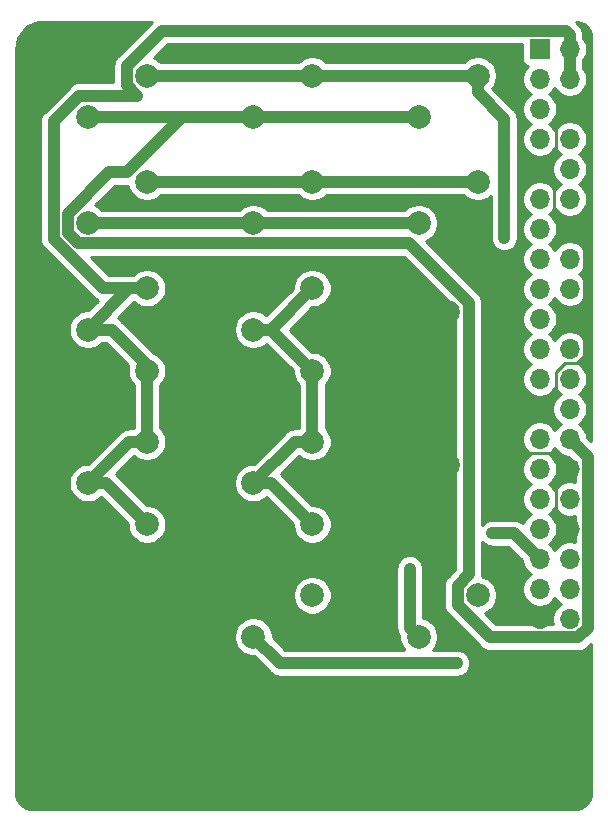
<source format=gbr>
%TF.GenerationSoftware,KiCad,Pcbnew,(5.1.6)-1*%
%TF.CreationDate,2022-01-17T21:19:15-08:00*%
%TF.ProjectId,PCB,5043422e-6b69-4636-9164-5f7063625858,rev?*%
%TF.SameCoordinates,Original*%
%TF.FileFunction,Copper,L1,Top*%
%TF.FilePolarity,Positive*%
%FSLAX46Y46*%
G04 Gerber Fmt 4.6, Leading zero omitted, Abs format (unit mm)*
G04 Created by KiCad (PCBNEW (5.1.6)-1) date 2022-01-17 21:19:15*
%MOMM*%
%LPD*%
G01*
G04 APERTURE LIST*
%TA.AperFunction,ComponentPad*%
%ADD10O,1.700000X1.700000*%
%TD*%
%TA.AperFunction,ComponentPad*%
%ADD11R,1.700000X1.700000*%
%TD*%
%TA.AperFunction,ComponentPad*%
%ADD12C,2.000000*%
%TD*%
%TA.AperFunction,ViaPad*%
%ADD13C,0.800000*%
%TD*%
%TA.AperFunction,Conductor*%
%ADD14C,1.000000*%
%TD*%
%TA.AperFunction,Conductor*%
%ADD15C,0.250000*%
%TD*%
%TA.AperFunction,Conductor*%
%ADD16C,0.254000*%
%TD*%
G04 APERTURE END LIST*
D10*
%TO.P,J7,40*%
%TO.N,N/C*%
X162540000Y-108260000D03*
%TO.P,J7,39*%
%TO.N,Net-(J4-Pad1)*%
X160000000Y-108260000D03*
%TO.P,J7,38*%
%TO.N,N/C*%
X162540000Y-105720000D03*
%TO.P,J7,37*%
X160000000Y-105720000D03*
%TO.P,J7,36*%
X162540000Y-103180000D03*
%TO.P,J7,35*%
%TO.N,Net-(J1-Pad1)*%
X160000000Y-103180000D03*
%TO.P,J7,34*%
%TO.N,Net-(J4-Pad1)*%
X162540000Y-100640000D03*
%TO.P,J7,33*%
%TO.N,Net-(J13-Pad2)*%
X160000000Y-100640000D03*
%TO.P,J7,32*%
%TO.N,Net-(J13-Pad1)*%
X162540000Y-98100000D03*
%TO.P,J7,31*%
%TO.N,N/C*%
X160000000Y-98100000D03*
%TO.P,J7,30*%
%TO.N,Net-(J4-Pad1)*%
X162540000Y-95560000D03*
%TO.P,J7,29*%
%TO.N,N/C*%
X160000000Y-95560000D03*
%TO.P,J7,28*%
%TO.N,Net-(J11-Pad2)*%
X162540000Y-93020000D03*
%TO.P,J7,27*%
%TO.N,Net-(J11-Pad1)*%
X160000000Y-93020000D03*
%TO.P,J7,26*%
%TO.N,N/C*%
X162540000Y-90480000D03*
%TO.P,J7,25*%
%TO.N,Net-(J4-Pad1)*%
X160000000Y-90480000D03*
%TO.P,J7,24*%
%TO.N,N/C*%
X162540000Y-87940000D03*
%TO.P,J7,23*%
X160000000Y-87940000D03*
%TO.P,J7,22*%
X162540000Y-85400000D03*
%TO.P,J7,21*%
X160000000Y-85400000D03*
%TO.P,J7,20*%
%TO.N,Net-(J4-Pad1)*%
X162540000Y-82860000D03*
%TO.P,J7,19*%
%TO.N,N/C*%
X160000000Y-82860000D03*
%TO.P,J7,18*%
X162540000Y-80320000D03*
%TO.P,J7,17*%
%TO.N,Net-(J10-Pad1)*%
X160000000Y-80320000D03*
%TO.P,J7,16*%
%TO.N,N/C*%
X162540000Y-77780000D03*
%TO.P,J7,15*%
X160000000Y-77780000D03*
%TO.P,J7,14*%
%TO.N,Net-(J4-Pad1)*%
X162540000Y-75240000D03*
%TO.P,J7,13*%
%TO.N,N/C*%
X160000000Y-75240000D03*
%TO.P,J7,12*%
%TO.N,Net-(J1-Pad2)*%
X162540000Y-72700000D03*
%TO.P,J7,11*%
%TO.N,N/C*%
X160000000Y-72700000D03*
%TO.P,J7,10*%
X162540000Y-70160000D03*
%TO.P,J7,9*%
%TO.N,Net-(J4-Pad1)*%
X160000000Y-70160000D03*
%TO.P,J7,8*%
%TO.N,N/C*%
X162540000Y-67620000D03*
%TO.P,J7,7*%
X160000000Y-67620000D03*
%TO.P,J7,6*%
%TO.N,Net-(J4-Pad1)*%
X162540000Y-65080000D03*
%TO.P,J7,5*%
%TO.N,Net-(J12-Pad2)*%
X160000000Y-65080000D03*
%TO.P,J7,4*%
%TO.N,Net-(J2-Pad1)*%
X162540000Y-62540000D03*
%TO.P,J7,3*%
%TO.N,Net-(J12-Pad1)*%
X160000000Y-62540000D03*
%TO.P,J7,2*%
%TO.N,Net-(J2-Pad1)*%
X162540000Y-60000000D03*
D11*
%TO.P,J7,1*%
%TO.N,Net-(J10-Pad1)*%
X160000000Y-60000000D03*
%TD*%
D12*
%TO.P,J17,2*%
%TO.N,Net-(J12-Pad2)*%
X149750000Y-74750000D03*
%TO.P,J17,1*%
%TO.N,Net-(J12-Pad1)*%
X154750000Y-71250000D03*
%TD*%
%TO.P,J16,2*%
%TO.N,Net-(J11-Pad2)*%
X149750000Y-65750000D03*
%TO.P,J16,1*%
%TO.N,Net-(J11-Pad1)*%
X154750000Y-62250000D03*
%TD*%
%TO.P,J15,2*%
%TO.N,Net-(J12-Pad2)*%
X135750000Y-74750000D03*
%TO.P,J15,1*%
%TO.N,Net-(J12-Pad1)*%
X140750000Y-71250000D03*
%TD*%
%TO.P,J14,2*%
%TO.N,Net-(J11-Pad2)*%
X135750000Y-65750000D03*
%TO.P,J14,1*%
%TO.N,Net-(J11-Pad1)*%
X140750000Y-62250000D03*
%TD*%
%TO.P,J13,2*%
%TO.N,Net-(J13-Pad2)*%
X149750000Y-109750000D03*
%TO.P,J13,1*%
%TO.N,Net-(J13-Pad1)*%
X154750000Y-106250000D03*
%TD*%
%TO.P,J12,2*%
%TO.N,Net-(J12-Pad2)*%
X121750000Y-74750000D03*
%TO.P,J12,1*%
%TO.N,Net-(J12-Pad1)*%
X126750000Y-71250000D03*
%TD*%
%TO.P,J11,2*%
%TO.N,Net-(J11-Pad2)*%
X121750000Y-65750000D03*
%TO.P,J11,1*%
%TO.N,Net-(J11-Pad1)*%
X126750000Y-62250000D03*
%TD*%
%TO.P,J10,3*%
%TO.N,Net-(J10-Pad1)*%
X140750000Y-87250000D03*
%TO.P,J10,2*%
X135750000Y-83750000D03*
%TO.P,J10,1*%
X140750000Y-80250000D03*
%TD*%
%TO.P,J9,3*%
%TO.N,Net-(J10-Pad1)*%
X140750000Y-100250000D03*
%TO.P,J9,2*%
X135750000Y-96750000D03*
%TO.P,J9,1*%
X140750000Y-93250000D03*
%TD*%
%TO.P,J8,3*%
%TO.N,Net-(J4-Pad1)*%
X141250000Y-114250000D03*
%TO.P,J8,2*%
X137750000Y-119250000D03*
%TO.P,J8,1*%
X134250000Y-114250000D03*
%TD*%
%TO.P,J6,3*%
%TO.N,Net-(J4-Pad1)*%
X147250000Y-91750000D03*
%TO.P,J6,2*%
X152250000Y-95250000D03*
%TO.P,J6,1*%
X147250000Y-98750000D03*
%TD*%
%TO.P,J5,3*%
%TO.N,Net-(J4-Pad1)*%
X155250000Y-114250000D03*
%TO.P,J5,2*%
X151750000Y-119250000D03*
%TO.P,J5,1*%
X148250000Y-114250000D03*
%TD*%
%TO.P,J4,3*%
%TO.N,Net-(J4-Pad1)*%
X147250000Y-78750000D03*
%TO.P,J4,2*%
X152250000Y-82250000D03*
%TO.P,J4,1*%
X147250000Y-85750000D03*
%TD*%
%TO.P,J3,3*%
%TO.N,Net-(J2-Pad1)*%
X126750000Y-100250000D03*
%TO.P,J3,2*%
X121750000Y-96750000D03*
%TO.P,J3,1*%
X126750000Y-93250000D03*
%TD*%
%TO.P,J2,3*%
%TO.N,Net-(J2-Pad1)*%
X126750000Y-87250000D03*
%TO.P,J2,2*%
X121750000Y-83750000D03*
%TO.P,J2,1*%
X126750000Y-80250000D03*
%TD*%
%TO.P,J1,2*%
%TO.N,Net-(J1-Pad2)*%
X135750000Y-109750000D03*
%TO.P,J1,1*%
%TO.N,Net-(J1-Pad1)*%
X140750000Y-106250000D03*
%TD*%
D13*
%TO.N,Net-(J1-Pad2)*%
X153000000Y-112000000D03*
%TO.N,Net-(J1-Pad1)*%
X156000000Y-101000000D03*
%TO.N,Net-(J4-Pad1)*%
X157000000Y-93000000D03*
%TO.N,Net-(J11-Pad1)*%
X157000000Y-76000000D03*
%TO.N,Net-(J13-Pad2)*%
X149000000Y-104000000D03*
%TD*%
D14*
%TO.N,Net-(J1-Pad2)*%
X135750000Y-109750000D02*
X138000000Y-112000000D01*
X138000000Y-112000000D02*
X153000000Y-112000000D01*
X153000000Y-112000000D02*
X153000000Y-112000000D01*
%TO.N,Net-(J1-Pad1)*%
X157820000Y-101000000D02*
X160000000Y-103180000D01*
X156000000Y-101000000D02*
X157820000Y-101000000D01*
%TO.N,Net-(J2-Pad1)*%
X162540000Y-58797919D02*
X162540000Y-60000000D01*
X128033999Y-58449999D02*
X162192080Y-58449999D01*
X121033997Y-63950001D02*
X125933999Y-63950001D01*
X125049999Y-63066001D02*
X125049999Y-61433999D01*
X118849989Y-66134009D02*
X121033997Y-63950001D01*
X162192080Y-58449999D02*
X162540000Y-58797919D01*
X125933999Y-63950001D02*
X125049999Y-63066001D01*
X118849989Y-76063061D02*
X118849989Y-66134009D01*
X125049999Y-61433999D02*
X128033999Y-58449999D01*
X123036928Y-80250000D02*
X118849989Y-76063061D01*
X126750000Y-80250000D02*
X123036928Y-80250000D01*
X162540000Y-60000000D02*
X162540000Y-62540000D01*
X125250000Y-80250000D02*
X121750000Y-83750000D01*
X126750000Y-80250000D02*
X125250000Y-80250000D01*
X121750000Y-83750000D02*
X123750000Y-83750000D01*
X126750000Y-86750000D02*
X126750000Y-87250000D01*
X123750000Y-83750000D02*
X126750000Y-86750000D01*
X126750000Y-87250000D02*
X126750000Y-93250000D01*
X125250000Y-93250000D02*
X121750000Y-96750000D01*
X126750000Y-93250000D02*
X125250000Y-93250000D01*
X123250000Y-96750000D02*
X126750000Y-100250000D01*
X121750000Y-96750000D02*
X123250000Y-96750000D01*
%TO.N,Net-(J4-Pad1)*%
X148750000Y-78750000D02*
X152250000Y-82250000D01*
X147250000Y-78750000D02*
X148750000Y-78750000D01*
X150750000Y-82250000D02*
X147250000Y-85750000D01*
X152250000Y-82250000D02*
X150750000Y-82250000D01*
X147250000Y-85750000D02*
X147250000Y-91750000D01*
X148750000Y-91750000D02*
X152250000Y-95250000D01*
X147250000Y-91750000D02*
X148750000Y-91750000D01*
X150750000Y-95250000D02*
X147250000Y-98750000D01*
X152250000Y-95250000D02*
X150750000Y-95250000D01*
X157480000Y-93000000D02*
X160000000Y-90480000D01*
X157000000Y-93000000D02*
X157480000Y-93000000D01*
D15*
X158195001Y-94195001D02*
X161175001Y-94195001D01*
X161175001Y-94195001D02*
X162540000Y-95560000D01*
X157000000Y-93000000D02*
X158195001Y-94195001D01*
X161364999Y-96735001D02*
X162540000Y-95560000D01*
X161364999Y-99464999D02*
X161364999Y-96735001D01*
X162540000Y-100640000D02*
X161364999Y-99464999D01*
X163715001Y-85964001D02*
X163715001Y-84035001D01*
X163715001Y-84035001D02*
X162540000Y-82860000D01*
X163104001Y-86575001D02*
X163715001Y-85964001D01*
X161364999Y-87375999D02*
X162165997Y-86575001D01*
X162165997Y-86575001D02*
X163104001Y-86575001D01*
X161364999Y-89115001D02*
X161364999Y-87375999D01*
X160000000Y-90480000D02*
X161364999Y-89115001D01*
X163715001Y-81684999D02*
X163715001Y-76415001D01*
X163715001Y-76415001D02*
X162540000Y-75240000D01*
X162540000Y-82860000D02*
X163715001Y-81684999D01*
X161175001Y-71335001D02*
X161175001Y-73875001D01*
X161175001Y-73875001D02*
X162540000Y-75240000D01*
X160000000Y-70160000D02*
X161175001Y-71335001D01*
X161364999Y-66255001D02*
X162540000Y-65080000D01*
X161364999Y-68795001D02*
X161364999Y-66255001D01*
X160000000Y-70160000D02*
X161364999Y-68795001D01*
D14*
%TO.N,Net-(J10-Pad1)*%
X137250000Y-83750000D02*
X140750000Y-80250000D01*
X135750000Y-83750000D02*
X137250000Y-83750000D01*
X137250000Y-83750000D02*
X140750000Y-87250000D01*
X140750000Y-87250000D02*
X140750000Y-93250000D01*
X139250000Y-93250000D02*
X135750000Y-96750000D01*
X140750000Y-93250000D02*
X139250000Y-93250000D01*
X137250000Y-96750000D02*
X140750000Y-100250000D01*
X135750000Y-96750000D02*
X137250000Y-96750000D01*
%TO.N,Net-(J11-Pad1)*%
X126750000Y-62250000D02*
X140750000Y-62250000D01*
X140750000Y-62250000D02*
X154750000Y-62250000D01*
%TO.N,Net-(J11-Pad2)*%
X135750000Y-65750000D02*
X149750000Y-65750000D01*
X121750000Y-65750000D02*
X135750000Y-65750000D01*
X163284001Y-109810001D02*
X164090001Y-109004001D01*
X155793999Y-109810001D02*
X163284001Y-109810001D01*
X153049999Y-107066001D02*
X155793999Y-109810001D01*
X120049999Y-73933999D02*
X120049999Y-75566001D01*
X123549999Y-70433999D02*
X120049999Y-73933999D01*
X164090001Y-94570001D02*
X162540000Y-93020000D01*
X125049999Y-70433999D02*
X123549999Y-70433999D01*
X164090001Y-109004001D02*
X164090001Y-94570001D01*
X149750000Y-65750000D02*
X129733998Y-65750000D01*
X129733998Y-65750000D02*
X125049999Y-70433999D01*
X154000000Y-81483998D02*
X154000000Y-104483998D01*
X120049999Y-75566001D02*
X120933999Y-76450001D01*
X120933999Y-76450001D02*
X148966003Y-76450001D01*
X154000000Y-104483998D02*
X153049999Y-105433999D01*
X148966003Y-76450001D02*
X154000000Y-81483998D01*
X153049999Y-105433999D02*
X153049999Y-107066001D01*
%TO.N,Net-(J11-Pad1)*%
X154750000Y-63664213D02*
X157000000Y-65914213D01*
X154750000Y-62250000D02*
X154750000Y-63664213D01*
X157000000Y-65914213D02*
X157000000Y-76000000D01*
X157000000Y-76000000D02*
X157000000Y-76000000D01*
%TO.N,Net-(J12-Pad2)*%
X121750000Y-74750000D02*
X135750000Y-74750000D01*
X135750000Y-74750000D02*
X149750000Y-74750000D01*
%TO.N,Net-(J12-Pad1)*%
X126750000Y-71250000D02*
X140750000Y-71250000D01*
X140750000Y-71250000D02*
X154750000Y-71250000D01*
%TO.N,Net-(J13-Pad2)*%
X149000000Y-109000000D02*
X149750000Y-109750000D01*
X149000000Y-104000000D02*
X149000000Y-109000000D01*
%TD*%
D16*
%TO.N,Net-(J4-Pad1)*%
G36*
X117966353Y-57685000D02*
G01*
X127193533Y-57685000D01*
X127192008Y-57686858D01*
X124286859Y-60592008D01*
X124243551Y-60627550D01*
X124101716Y-60800376D01*
X124101339Y-60801082D01*
X123996323Y-60997553D01*
X123955714Y-61131423D01*
X123933548Y-61204494D01*
X123931422Y-61211501D01*
X123909508Y-61433999D01*
X123914999Y-61489750D01*
X123914999Y-62815001D01*
X121089749Y-62815001D01*
X121033997Y-62809510D01*
X120811498Y-62831424D01*
X120597550Y-62896325D01*
X120400374Y-63001717D01*
X120270853Y-63108012D01*
X120270851Y-63108014D01*
X120227548Y-63143552D01*
X120192010Y-63186855D01*
X118086849Y-65292018D01*
X118043541Y-65327560D01*
X117901706Y-65500386D01*
X117854359Y-65588967D01*
X117796313Y-65697563D01*
X117731412Y-65911511D01*
X117709498Y-66134009D01*
X117714990Y-66189770D01*
X117714989Y-76007309D01*
X117709498Y-76063061D01*
X117714989Y-76118812D01*
X117731412Y-76285559D01*
X117796313Y-76499507D01*
X117901705Y-76696684D01*
X118043540Y-76869510D01*
X118086854Y-76905057D01*
X122194937Y-81013141D01*
X122230479Y-81056449D01*
X122403305Y-81198284D01*
X122594428Y-81300441D01*
X121779869Y-82115000D01*
X121588967Y-82115000D01*
X121273088Y-82177832D01*
X120975537Y-82301082D01*
X120707748Y-82480013D01*
X120480013Y-82707748D01*
X120301082Y-82975537D01*
X120177832Y-83273088D01*
X120115000Y-83588967D01*
X120115000Y-83911033D01*
X120177832Y-84226912D01*
X120301082Y-84524463D01*
X120480013Y-84792252D01*
X120707748Y-85019987D01*
X120975537Y-85198918D01*
X121273088Y-85322168D01*
X121588967Y-85385000D01*
X121911033Y-85385000D01*
X122226912Y-85322168D01*
X122524463Y-85198918D01*
X122792252Y-85019987D01*
X122927239Y-84885000D01*
X123279869Y-84885000D01*
X125176193Y-86781326D01*
X125115000Y-87088967D01*
X125115000Y-87411033D01*
X125177832Y-87726912D01*
X125301082Y-88024463D01*
X125480013Y-88292252D01*
X125615000Y-88427239D01*
X125615001Y-92072760D01*
X125572761Y-92115000D01*
X125305741Y-92115000D01*
X125249999Y-92109510D01*
X125194257Y-92115000D01*
X125194248Y-92115000D01*
X125027501Y-92131423D01*
X124813553Y-92196324D01*
X124616377Y-92301716D01*
X124443551Y-92443551D01*
X124408009Y-92486859D01*
X121779869Y-95115000D01*
X121588967Y-95115000D01*
X121273088Y-95177832D01*
X120975537Y-95301082D01*
X120707748Y-95480013D01*
X120480013Y-95707748D01*
X120301082Y-95975537D01*
X120177832Y-96273088D01*
X120115000Y-96588967D01*
X120115000Y-96911033D01*
X120177832Y-97226912D01*
X120301082Y-97524463D01*
X120480013Y-97792252D01*
X120707748Y-98019987D01*
X120975537Y-98198918D01*
X121273088Y-98322168D01*
X121588967Y-98385000D01*
X121911033Y-98385000D01*
X122226912Y-98322168D01*
X122524463Y-98198918D01*
X122792252Y-98019987D01*
X122853554Y-97958685D01*
X125115000Y-100220132D01*
X125115000Y-100411033D01*
X125177832Y-100726912D01*
X125301082Y-101024463D01*
X125480013Y-101292252D01*
X125707748Y-101519987D01*
X125975537Y-101698918D01*
X126273088Y-101822168D01*
X126588967Y-101885000D01*
X126911033Y-101885000D01*
X127226912Y-101822168D01*
X127524463Y-101698918D01*
X127792252Y-101519987D01*
X128019987Y-101292252D01*
X128198918Y-101024463D01*
X128322168Y-100726912D01*
X128385000Y-100411033D01*
X128385000Y-100088967D01*
X128322168Y-99773088D01*
X128198918Y-99475537D01*
X128019987Y-99207748D01*
X127792252Y-98980013D01*
X127524463Y-98801082D01*
X127226912Y-98677832D01*
X126911033Y-98615000D01*
X126720132Y-98615000D01*
X124105131Y-96000000D01*
X125646446Y-94458685D01*
X125707748Y-94519987D01*
X125975537Y-94698918D01*
X126273088Y-94822168D01*
X126588967Y-94885000D01*
X126911033Y-94885000D01*
X127226912Y-94822168D01*
X127524463Y-94698918D01*
X127792252Y-94519987D01*
X128019987Y-94292252D01*
X128198918Y-94024463D01*
X128322168Y-93726912D01*
X128385000Y-93411033D01*
X128385000Y-93088967D01*
X128322168Y-92773088D01*
X128198918Y-92475537D01*
X128019987Y-92207748D01*
X127885000Y-92072761D01*
X127885000Y-88427239D01*
X128019987Y-88292252D01*
X128198918Y-88024463D01*
X128322168Y-87726912D01*
X128385000Y-87411033D01*
X128385000Y-87088967D01*
X128322168Y-86773088D01*
X128198918Y-86475537D01*
X128019987Y-86207748D01*
X127792252Y-85980013D01*
X127524463Y-85801082D01*
X127322600Y-85717468D01*
X125194099Y-83588967D01*
X134115000Y-83588967D01*
X134115000Y-83911033D01*
X134177832Y-84226912D01*
X134301082Y-84524463D01*
X134480013Y-84792252D01*
X134707748Y-85019987D01*
X134975537Y-85198918D01*
X135273088Y-85322168D01*
X135588967Y-85385000D01*
X135911033Y-85385000D01*
X136226912Y-85322168D01*
X136524463Y-85198918D01*
X136792252Y-85019987D01*
X136853554Y-84958685D01*
X139115000Y-87220132D01*
X139115000Y-87411033D01*
X139177832Y-87726912D01*
X139301082Y-88024463D01*
X139480013Y-88292252D01*
X139615000Y-88427239D01*
X139615001Y-92072760D01*
X139572761Y-92115000D01*
X139305741Y-92115000D01*
X139249999Y-92109510D01*
X139194257Y-92115000D01*
X139194248Y-92115000D01*
X139027501Y-92131423D01*
X138813553Y-92196324D01*
X138616377Y-92301716D01*
X138443551Y-92443551D01*
X138408009Y-92486859D01*
X135779869Y-95115000D01*
X135588967Y-95115000D01*
X135273088Y-95177832D01*
X134975537Y-95301082D01*
X134707748Y-95480013D01*
X134480013Y-95707748D01*
X134301082Y-95975537D01*
X134177832Y-96273088D01*
X134115000Y-96588967D01*
X134115000Y-96911033D01*
X134177832Y-97226912D01*
X134301082Y-97524463D01*
X134480013Y-97792252D01*
X134707748Y-98019987D01*
X134975537Y-98198918D01*
X135273088Y-98322168D01*
X135588967Y-98385000D01*
X135911033Y-98385000D01*
X136226912Y-98322168D01*
X136524463Y-98198918D01*
X136792252Y-98019987D01*
X136853554Y-97958685D01*
X139115000Y-100220132D01*
X139115000Y-100411033D01*
X139177832Y-100726912D01*
X139301082Y-101024463D01*
X139480013Y-101292252D01*
X139707748Y-101519987D01*
X139975537Y-101698918D01*
X140273088Y-101822168D01*
X140588967Y-101885000D01*
X140911033Y-101885000D01*
X141226912Y-101822168D01*
X141524463Y-101698918D01*
X141792252Y-101519987D01*
X142019987Y-101292252D01*
X142198918Y-101024463D01*
X142322168Y-100726912D01*
X142385000Y-100411033D01*
X142385000Y-100088967D01*
X142322168Y-99773088D01*
X142198918Y-99475537D01*
X142019987Y-99207748D01*
X141792252Y-98980013D01*
X141524463Y-98801082D01*
X141226912Y-98677832D01*
X140911033Y-98615000D01*
X140720132Y-98615000D01*
X138105131Y-96000000D01*
X139646446Y-94458685D01*
X139707748Y-94519987D01*
X139975537Y-94698918D01*
X140273088Y-94822168D01*
X140588967Y-94885000D01*
X140911033Y-94885000D01*
X141226912Y-94822168D01*
X141524463Y-94698918D01*
X141792252Y-94519987D01*
X142019987Y-94292252D01*
X142198918Y-94024463D01*
X142322168Y-93726912D01*
X142385000Y-93411033D01*
X142385000Y-93088967D01*
X142322168Y-92773088D01*
X142198918Y-92475537D01*
X142019987Y-92207748D01*
X141885000Y-92072761D01*
X141885000Y-88427239D01*
X142019987Y-88292252D01*
X142198918Y-88024463D01*
X142322168Y-87726912D01*
X142385000Y-87411033D01*
X142385000Y-87088967D01*
X142322168Y-86773088D01*
X142198918Y-86475537D01*
X142019987Y-86207748D01*
X141792252Y-85980013D01*
X141524463Y-85801082D01*
X141226912Y-85677832D01*
X140911033Y-85615000D01*
X140720132Y-85615000D01*
X138855131Y-83750000D01*
X140720132Y-81885000D01*
X140911033Y-81885000D01*
X141226912Y-81822168D01*
X141524463Y-81698918D01*
X141792252Y-81519987D01*
X142019987Y-81292252D01*
X142198918Y-81024463D01*
X142322168Y-80726912D01*
X142385000Y-80411033D01*
X142385000Y-80088967D01*
X142322168Y-79773088D01*
X142198918Y-79475537D01*
X142019987Y-79207748D01*
X141792252Y-78980013D01*
X141524463Y-78801082D01*
X141226912Y-78677832D01*
X140911033Y-78615000D01*
X140588967Y-78615000D01*
X140273088Y-78677832D01*
X139975537Y-78801082D01*
X139707748Y-78980013D01*
X139480013Y-79207748D01*
X139301082Y-79475537D01*
X139177832Y-79773088D01*
X139115000Y-80088967D01*
X139115000Y-80279868D01*
X136853554Y-82541315D01*
X136792252Y-82480013D01*
X136524463Y-82301082D01*
X136226912Y-82177832D01*
X135911033Y-82115000D01*
X135588967Y-82115000D01*
X135273088Y-82177832D01*
X134975537Y-82301082D01*
X134707748Y-82480013D01*
X134480013Y-82707748D01*
X134301082Y-82975537D01*
X134177832Y-83273088D01*
X134115000Y-83588967D01*
X125194099Y-83588967D01*
X124591996Y-82986865D01*
X124556449Y-82943551D01*
X124383623Y-82801716D01*
X124331354Y-82773778D01*
X125646446Y-81458685D01*
X125707748Y-81519987D01*
X125975537Y-81698918D01*
X126273088Y-81822168D01*
X126588967Y-81885000D01*
X126911033Y-81885000D01*
X127226912Y-81822168D01*
X127524463Y-81698918D01*
X127792252Y-81519987D01*
X128019987Y-81292252D01*
X128198918Y-81024463D01*
X128322168Y-80726912D01*
X128385000Y-80411033D01*
X128385000Y-80088967D01*
X128322168Y-79773088D01*
X128198918Y-79475537D01*
X128019987Y-79207748D01*
X127792252Y-78980013D01*
X127524463Y-78801082D01*
X127226912Y-78677832D01*
X126911033Y-78615000D01*
X126588967Y-78615000D01*
X126273088Y-78677832D01*
X125975537Y-78801082D01*
X125707748Y-78980013D01*
X125572761Y-79115000D01*
X125305741Y-79115000D01*
X125249999Y-79109510D01*
X125194257Y-79115000D01*
X123507060Y-79115000D01*
X121977061Y-77585001D01*
X148495872Y-77585001D01*
X152865000Y-81954130D01*
X152865001Y-104013865D01*
X152286863Y-104592004D01*
X152243550Y-104627550D01*
X152101715Y-104800376D01*
X152005698Y-104980013D01*
X151996323Y-104997553D01*
X151931422Y-105211501D01*
X151909508Y-105433999D01*
X151914999Y-105489750D01*
X151914999Y-107010250D01*
X151909508Y-107066001D01*
X151931422Y-107288499D01*
X151996323Y-107502447D01*
X152025263Y-107556589D01*
X152101716Y-107699624D01*
X152243551Y-107872450D01*
X152286859Y-107907992D01*
X154952008Y-110573142D01*
X154987550Y-110616450D01*
X155160376Y-110758285D01*
X155357552Y-110863677D01*
X155571500Y-110928578D01*
X155793998Y-110950492D01*
X155849750Y-110945001D01*
X163228250Y-110945001D01*
X163284001Y-110950492D01*
X163339752Y-110945001D01*
X163339753Y-110945001D01*
X163506500Y-110928578D01*
X163720448Y-110863677D01*
X163917624Y-110758285D01*
X164090450Y-110616450D01*
X164125996Y-110573137D01*
X164315001Y-110384133D01*
X164315001Y-123033647D01*
X164324289Y-123127950D01*
X164311375Y-123259660D01*
X164235965Y-123509429D01*
X164113477Y-123739794D01*
X163948579Y-123941979D01*
X163747546Y-124108288D01*
X163518046Y-124232378D01*
X163268805Y-124309531D01*
X163128181Y-124324311D01*
X163033647Y-124315000D01*
X116966353Y-124315000D01*
X116872045Y-124324289D01*
X116740340Y-124311375D01*
X116490571Y-124235965D01*
X116260206Y-124113477D01*
X116058021Y-123948579D01*
X115891712Y-123747546D01*
X115767622Y-123518046D01*
X115690469Y-123268805D01*
X115660000Y-122978911D01*
X115660000Y-109588967D01*
X134115000Y-109588967D01*
X134115000Y-109911033D01*
X134177832Y-110226912D01*
X134301082Y-110524463D01*
X134480013Y-110792252D01*
X134707748Y-111019987D01*
X134975537Y-111198918D01*
X135273088Y-111322168D01*
X135588967Y-111385000D01*
X135779868Y-111385000D01*
X137158013Y-112763146D01*
X137193551Y-112806449D01*
X137236854Y-112841987D01*
X137236856Y-112841989D01*
X137366377Y-112948284D01*
X137563553Y-113053676D01*
X137777501Y-113118577D01*
X138000000Y-113140491D01*
X138055752Y-113135000D01*
X153055752Y-113135000D01*
X153222499Y-113118577D01*
X153436447Y-113053676D01*
X153633623Y-112948284D01*
X153806449Y-112806449D01*
X153948284Y-112633623D01*
X154053676Y-112436447D01*
X154118577Y-112222499D01*
X154140491Y-112000000D01*
X154118577Y-111777501D01*
X154053676Y-111563553D01*
X153948284Y-111366377D01*
X153806449Y-111193551D01*
X153633623Y-111051716D01*
X153436447Y-110946324D01*
X153222499Y-110881423D01*
X153055752Y-110865000D01*
X150947239Y-110865000D01*
X151019987Y-110792252D01*
X151198918Y-110524463D01*
X151322168Y-110226912D01*
X151385000Y-109911033D01*
X151385000Y-109588967D01*
X151322168Y-109273088D01*
X151198918Y-108975537D01*
X151019987Y-108707748D01*
X150792252Y-108480013D01*
X150524463Y-108301082D01*
X150226912Y-108177832D01*
X150135000Y-108159550D01*
X150135000Y-103944248D01*
X150118577Y-103777501D01*
X150053676Y-103563553D01*
X149948284Y-103366377D01*
X149806449Y-103193551D01*
X149633623Y-103051716D01*
X149436446Y-102946324D01*
X149222498Y-102881423D01*
X149000000Y-102859509D01*
X148777501Y-102881423D01*
X148563553Y-102946324D01*
X148366377Y-103051716D01*
X148193551Y-103193551D01*
X148051716Y-103366377D01*
X147946324Y-103563554D01*
X147881423Y-103777502D01*
X147865000Y-103944249D01*
X147865001Y-108944239D01*
X147859509Y-109000000D01*
X147881423Y-109222498D01*
X147946324Y-109436446D01*
X147994993Y-109527500D01*
X148051717Y-109633623D01*
X148115000Y-109710733D01*
X148115000Y-109911033D01*
X148177832Y-110226912D01*
X148301082Y-110524463D01*
X148480013Y-110792252D01*
X148552761Y-110865000D01*
X138470133Y-110865000D01*
X137385000Y-109779868D01*
X137385000Y-109588967D01*
X137322168Y-109273088D01*
X137198918Y-108975537D01*
X137019987Y-108707748D01*
X136792252Y-108480013D01*
X136524463Y-108301082D01*
X136226912Y-108177832D01*
X135911033Y-108115000D01*
X135588967Y-108115000D01*
X135273088Y-108177832D01*
X134975537Y-108301082D01*
X134707748Y-108480013D01*
X134480013Y-108707748D01*
X134301082Y-108975537D01*
X134177832Y-109273088D01*
X134115000Y-109588967D01*
X115660000Y-109588967D01*
X115660000Y-106088967D01*
X139115000Y-106088967D01*
X139115000Y-106411033D01*
X139177832Y-106726912D01*
X139301082Y-107024463D01*
X139480013Y-107292252D01*
X139707748Y-107519987D01*
X139975537Y-107698918D01*
X140273088Y-107822168D01*
X140588967Y-107885000D01*
X140911033Y-107885000D01*
X141226912Y-107822168D01*
X141524463Y-107698918D01*
X141792252Y-107519987D01*
X142019987Y-107292252D01*
X142198918Y-107024463D01*
X142322168Y-106726912D01*
X142385000Y-106411033D01*
X142385000Y-106088967D01*
X142322168Y-105773088D01*
X142198918Y-105475537D01*
X142019987Y-105207748D01*
X141792252Y-104980013D01*
X141524463Y-104801082D01*
X141226912Y-104677832D01*
X140911033Y-104615000D01*
X140588967Y-104615000D01*
X140273088Y-104677832D01*
X139975537Y-104801082D01*
X139707748Y-104980013D01*
X139480013Y-105207748D01*
X139301082Y-105475537D01*
X139177832Y-105773088D01*
X139115000Y-106088967D01*
X115660000Y-106088967D01*
X115660000Y-60032279D01*
X115707670Y-59546107D01*
X115839489Y-59109502D01*
X116053600Y-58706815D01*
X116341848Y-58353388D01*
X116693261Y-58062673D01*
X117094439Y-57845758D01*
X117530113Y-57710894D01*
X117868335Y-57675346D01*
X117966353Y-57685000D01*
G37*
X117966353Y-57685000D02*
X127193533Y-57685000D01*
X127192008Y-57686858D01*
X124286859Y-60592008D01*
X124243551Y-60627550D01*
X124101716Y-60800376D01*
X124101339Y-60801082D01*
X123996323Y-60997553D01*
X123955714Y-61131423D01*
X123933548Y-61204494D01*
X123931422Y-61211501D01*
X123909508Y-61433999D01*
X123914999Y-61489750D01*
X123914999Y-62815001D01*
X121089749Y-62815001D01*
X121033997Y-62809510D01*
X120811498Y-62831424D01*
X120597550Y-62896325D01*
X120400374Y-63001717D01*
X120270853Y-63108012D01*
X120270851Y-63108014D01*
X120227548Y-63143552D01*
X120192010Y-63186855D01*
X118086849Y-65292018D01*
X118043541Y-65327560D01*
X117901706Y-65500386D01*
X117854359Y-65588967D01*
X117796313Y-65697563D01*
X117731412Y-65911511D01*
X117709498Y-66134009D01*
X117714990Y-66189770D01*
X117714989Y-76007309D01*
X117709498Y-76063061D01*
X117714989Y-76118812D01*
X117731412Y-76285559D01*
X117796313Y-76499507D01*
X117901705Y-76696684D01*
X118043540Y-76869510D01*
X118086854Y-76905057D01*
X122194937Y-81013141D01*
X122230479Y-81056449D01*
X122403305Y-81198284D01*
X122594428Y-81300441D01*
X121779869Y-82115000D01*
X121588967Y-82115000D01*
X121273088Y-82177832D01*
X120975537Y-82301082D01*
X120707748Y-82480013D01*
X120480013Y-82707748D01*
X120301082Y-82975537D01*
X120177832Y-83273088D01*
X120115000Y-83588967D01*
X120115000Y-83911033D01*
X120177832Y-84226912D01*
X120301082Y-84524463D01*
X120480013Y-84792252D01*
X120707748Y-85019987D01*
X120975537Y-85198918D01*
X121273088Y-85322168D01*
X121588967Y-85385000D01*
X121911033Y-85385000D01*
X122226912Y-85322168D01*
X122524463Y-85198918D01*
X122792252Y-85019987D01*
X122927239Y-84885000D01*
X123279869Y-84885000D01*
X125176193Y-86781326D01*
X125115000Y-87088967D01*
X125115000Y-87411033D01*
X125177832Y-87726912D01*
X125301082Y-88024463D01*
X125480013Y-88292252D01*
X125615000Y-88427239D01*
X125615001Y-92072760D01*
X125572761Y-92115000D01*
X125305741Y-92115000D01*
X125249999Y-92109510D01*
X125194257Y-92115000D01*
X125194248Y-92115000D01*
X125027501Y-92131423D01*
X124813553Y-92196324D01*
X124616377Y-92301716D01*
X124443551Y-92443551D01*
X124408009Y-92486859D01*
X121779869Y-95115000D01*
X121588967Y-95115000D01*
X121273088Y-95177832D01*
X120975537Y-95301082D01*
X120707748Y-95480013D01*
X120480013Y-95707748D01*
X120301082Y-95975537D01*
X120177832Y-96273088D01*
X120115000Y-96588967D01*
X120115000Y-96911033D01*
X120177832Y-97226912D01*
X120301082Y-97524463D01*
X120480013Y-97792252D01*
X120707748Y-98019987D01*
X120975537Y-98198918D01*
X121273088Y-98322168D01*
X121588967Y-98385000D01*
X121911033Y-98385000D01*
X122226912Y-98322168D01*
X122524463Y-98198918D01*
X122792252Y-98019987D01*
X122853554Y-97958685D01*
X125115000Y-100220132D01*
X125115000Y-100411033D01*
X125177832Y-100726912D01*
X125301082Y-101024463D01*
X125480013Y-101292252D01*
X125707748Y-101519987D01*
X125975537Y-101698918D01*
X126273088Y-101822168D01*
X126588967Y-101885000D01*
X126911033Y-101885000D01*
X127226912Y-101822168D01*
X127524463Y-101698918D01*
X127792252Y-101519987D01*
X128019987Y-101292252D01*
X128198918Y-101024463D01*
X128322168Y-100726912D01*
X128385000Y-100411033D01*
X128385000Y-100088967D01*
X128322168Y-99773088D01*
X128198918Y-99475537D01*
X128019987Y-99207748D01*
X127792252Y-98980013D01*
X127524463Y-98801082D01*
X127226912Y-98677832D01*
X126911033Y-98615000D01*
X126720132Y-98615000D01*
X124105131Y-96000000D01*
X125646446Y-94458685D01*
X125707748Y-94519987D01*
X125975537Y-94698918D01*
X126273088Y-94822168D01*
X126588967Y-94885000D01*
X126911033Y-94885000D01*
X127226912Y-94822168D01*
X127524463Y-94698918D01*
X127792252Y-94519987D01*
X128019987Y-94292252D01*
X128198918Y-94024463D01*
X128322168Y-93726912D01*
X128385000Y-93411033D01*
X128385000Y-93088967D01*
X128322168Y-92773088D01*
X128198918Y-92475537D01*
X128019987Y-92207748D01*
X127885000Y-92072761D01*
X127885000Y-88427239D01*
X128019987Y-88292252D01*
X128198918Y-88024463D01*
X128322168Y-87726912D01*
X128385000Y-87411033D01*
X128385000Y-87088967D01*
X128322168Y-86773088D01*
X128198918Y-86475537D01*
X128019987Y-86207748D01*
X127792252Y-85980013D01*
X127524463Y-85801082D01*
X127322600Y-85717468D01*
X125194099Y-83588967D01*
X134115000Y-83588967D01*
X134115000Y-83911033D01*
X134177832Y-84226912D01*
X134301082Y-84524463D01*
X134480013Y-84792252D01*
X134707748Y-85019987D01*
X134975537Y-85198918D01*
X135273088Y-85322168D01*
X135588967Y-85385000D01*
X135911033Y-85385000D01*
X136226912Y-85322168D01*
X136524463Y-85198918D01*
X136792252Y-85019987D01*
X136853554Y-84958685D01*
X139115000Y-87220132D01*
X139115000Y-87411033D01*
X139177832Y-87726912D01*
X139301082Y-88024463D01*
X139480013Y-88292252D01*
X139615000Y-88427239D01*
X139615001Y-92072760D01*
X139572761Y-92115000D01*
X139305741Y-92115000D01*
X139249999Y-92109510D01*
X139194257Y-92115000D01*
X139194248Y-92115000D01*
X139027501Y-92131423D01*
X138813553Y-92196324D01*
X138616377Y-92301716D01*
X138443551Y-92443551D01*
X138408009Y-92486859D01*
X135779869Y-95115000D01*
X135588967Y-95115000D01*
X135273088Y-95177832D01*
X134975537Y-95301082D01*
X134707748Y-95480013D01*
X134480013Y-95707748D01*
X134301082Y-95975537D01*
X134177832Y-96273088D01*
X134115000Y-96588967D01*
X134115000Y-96911033D01*
X134177832Y-97226912D01*
X134301082Y-97524463D01*
X134480013Y-97792252D01*
X134707748Y-98019987D01*
X134975537Y-98198918D01*
X135273088Y-98322168D01*
X135588967Y-98385000D01*
X135911033Y-98385000D01*
X136226912Y-98322168D01*
X136524463Y-98198918D01*
X136792252Y-98019987D01*
X136853554Y-97958685D01*
X139115000Y-100220132D01*
X139115000Y-100411033D01*
X139177832Y-100726912D01*
X139301082Y-101024463D01*
X139480013Y-101292252D01*
X139707748Y-101519987D01*
X139975537Y-101698918D01*
X140273088Y-101822168D01*
X140588967Y-101885000D01*
X140911033Y-101885000D01*
X141226912Y-101822168D01*
X141524463Y-101698918D01*
X141792252Y-101519987D01*
X142019987Y-101292252D01*
X142198918Y-101024463D01*
X142322168Y-100726912D01*
X142385000Y-100411033D01*
X142385000Y-100088967D01*
X142322168Y-99773088D01*
X142198918Y-99475537D01*
X142019987Y-99207748D01*
X141792252Y-98980013D01*
X141524463Y-98801082D01*
X141226912Y-98677832D01*
X140911033Y-98615000D01*
X140720132Y-98615000D01*
X138105131Y-96000000D01*
X139646446Y-94458685D01*
X139707748Y-94519987D01*
X139975537Y-94698918D01*
X140273088Y-94822168D01*
X140588967Y-94885000D01*
X140911033Y-94885000D01*
X141226912Y-94822168D01*
X141524463Y-94698918D01*
X141792252Y-94519987D01*
X142019987Y-94292252D01*
X142198918Y-94024463D01*
X142322168Y-93726912D01*
X142385000Y-93411033D01*
X142385000Y-93088967D01*
X142322168Y-92773088D01*
X142198918Y-92475537D01*
X142019987Y-92207748D01*
X141885000Y-92072761D01*
X141885000Y-88427239D01*
X142019987Y-88292252D01*
X142198918Y-88024463D01*
X142322168Y-87726912D01*
X142385000Y-87411033D01*
X142385000Y-87088967D01*
X142322168Y-86773088D01*
X142198918Y-86475537D01*
X142019987Y-86207748D01*
X141792252Y-85980013D01*
X141524463Y-85801082D01*
X141226912Y-85677832D01*
X140911033Y-85615000D01*
X140720132Y-85615000D01*
X138855131Y-83750000D01*
X140720132Y-81885000D01*
X140911033Y-81885000D01*
X141226912Y-81822168D01*
X141524463Y-81698918D01*
X141792252Y-81519987D01*
X142019987Y-81292252D01*
X142198918Y-81024463D01*
X142322168Y-80726912D01*
X142385000Y-80411033D01*
X142385000Y-80088967D01*
X142322168Y-79773088D01*
X142198918Y-79475537D01*
X142019987Y-79207748D01*
X141792252Y-78980013D01*
X141524463Y-78801082D01*
X141226912Y-78677832D01*
X140911033Y-78615000D01*
X140588967Y-78615000D01*
X140273088Y-78677832D01*
X139975537Y-78801082D01*
X139707748Y-78980013D01*
X139480013Y-79207748D01*
X139301082Y-79475537D01*
X139177832Y-79773088D01*
X139115000Y-80088967D01*
X139115000Y-80279868D01*
X136853554Y-82541315D01*
X136792252Y-82480013D01*
X136524463Y-82301082D01*
X136226912Y-82177832D01*
X135911033Y-82115000D01*
X135588967Y-82115000D01*
X135273088Y-82177832D01*
X134975537Y-82301082D01*
X134707748Y-82480013D01*
X134480013Y-82707748D01*
X134301082Y-82975537D01*
X134177832Y-83273088D01*
X134115000Y-83588967D01*
X125194099Y-83588967D01*
X124591996Y-82986865D01*
X124556449Y-82943551D01*
X124383623Y-82801716D01*
X124331354Y-82773778D01*
X125646446Y-81458685D01*
X125707748Y-81519987D01*
X125975537Y-81698918D01*
X126273088Y-81822168D01*
X126588967Y-81885000D01*
X126911033Y-81885000D01*
X127226912Y-81822168D01*
X127524463Y-81698918D01*
X127792252Y-81519987D01*
X128019987Y-81292252D01*
X128198918Y-81024463D01*
X128322168Y-80726912D01*
X128385000Y-80411033D01*
X128385000Y-80088967D01*
X128322168Y-79773088D01*
X128198918Y-79475537D01*
X128019987Y-79207748D01*
X127792252Y-78980013D01*
X127524463Y-78801082D01*
X127226912Y-78677832D01*
X126911033Y-78615000D01*
X126588967Y-78615000D01*
X126273088Y-78677832D01*
X125975537Y-78801082D01*
X125707748Y-78980013D01*
X125572761Y-79115000D01*
X125305741Y-79115000D01*
X125249999Y-79109510D01*
X125194257Y-79115000D01*
X123507060Y-79115000D01*
X121977061Y-77585001D01*
X148495872Y-77585001D01*
X152865000Y-81954130D01*
X152865001Y-104013865D01*
X152286863Y-104592004D01*
X152243550Y-104627550D01*
X152101715Y-104800376D01*
X152005698Y-104980013D01*
X151996323Y-104997553D01*
X151931422Y-105211501D01*
X151909508Y-105433999D01*
X151914999Y-105489750D01*
X151914999Y-107010250D01*
X151909508Y-107066001D01*
X151931422Y-107288499D01*
X151996323Y-107502447D01*
X152025263Y-107556589D01*
X152101716Y-107699624D01*
X152243551Y-107872450D01*
X152286859Y-107907992D01*
X154952008Y-110573142D01*
X154987550Y-110616450D01*
X155160376Y-110758285D01*
X155357552Y-110863677D01*
X155571500Y-110928578D01*
X155793998Y-110950492D01*
X155849750Y-110945001D01*
X163228250Y-110945001D01*
X163284001Y-110950492D01*
X163339752Y-110945001D01*
X163339753Y-110945001D01*
X163506500Y-110928578D01*
X163720448Y-110863677D01*
X163917624Y-110758285D01*
X164090450Y-110616450D01*
X164125996Y-110573137D01*
X164315001Y-110384133D01*
X164315001Y-123033647D01*
X164324289Y-123127950D01*
X164311375Y-123259660D01*
X164235965Y-123509429D01*
X164113477Y-123739794D01*
X163948579Y-123941979D01*
X163747546Y-124108288D01*
X163518046Y-124232378D01*
X163268805Y-124309531D01*
X163128181Y-124324311D01*
X163033647Y-124315000D01*
X116966353Y-124315000D01*
X116872045Y-124324289D01*
X116740340Y-124311375D01*
X116490571Y-124235965D01*
X116260206Y-124113477D01*
X116058021Y-123948579D01*
X115891712Y-123747546D01*
X115767622Y-123518046D01*
X115690469Y-123268805D01*
X115660000Y-122978911D01*
X115660000Y-109588967D01*
X134115000Y-109588967D01*
X134115000Y-109911033D01*
X134177832Y-110226912D01*
X134301082Y-110524463D01*
X134480013Y-110792252D01*
X134707748Y-111019987D01*
X134975537Y-111198918D01*
X135273088Y-111322168D01*
X135588967Y-111385000D01*
X135779868Y-111385000D01*
X137158013Y-112763146D01*
X137193551Y-112806449D01*
X137236854Y-112841987D01*
X137236856Y-112841989D01*
X137366377Y-112948284D01*
X137563553Y-113053676D01*
X137777501Y-113118577D01*
X138000000Y-113140491D01*
X138055752Y-113135000D01*
X153055752Y-113135000D01*
X153222499Y-113118577D01*
X153436447Y-113053676D01*
X153633623Y-112948284D01*
X153806449Y-112806449D01*
X153948284Y-112633623D01*
X154053676Y-112436447D01*
X154118577Y-112222499D01*
X154140491Y-112000000D01*
X154118577Y-111777501D01*
X154053676Y-111563553D01*
X153948284Y-111366377D01*
X153806449Y-111193551D01*
X153633623Y-111051716D01*
X153436447Y-110946324D01*
X153222499Y-110881423D01*
X153055752Y-110865000D01*
X150947239Y-110865000D01*
X151019987Y-110792252D01*
X151198918Y-110524463D01*
X151322168Y-110226912D01*
X151385000Y-109911033D01*
X151385000Y-109588967D01*
X151322168Y-109273088D01*
X151198918Y-108975537D01*
X151019987Y-108707748D01*
X150792252Y-108480013D01*
X150524463Y-108301082D01*
X150226912Y-108177832D01*
X150135000Y-108159550D01*
X150135000Y-103944248D01*
X150118577Y-103777501D01*
X150053676Y-103563553D01*
X149948284Y-103366377D01*
X149806449Y-103193551D01*
X149633623Y-103051716D01*
X149436446Y-102946324D01*
X149222498Y-102881423D01*
X149000000Y-102859509D01*
X148777501Y-102881423D01*
X148563553Y-102946324D01*
X148366377Y-103051716D01*
X148193551Y-103193551D01*
X148051716Y-103366377D01*
X147946324Y-103563554D01*
X147881423Y-103777502D01*
X147865000Y-103944249D01*
X147865001Y-108944239D01*
X147859509Y-109000000D01*
X147881423Y-109222498D01*
X147946324Y-109436446D01*
X147994993Y-109527500D01*
X148051717Y-109633623D01*
X148115000Y-109710733D01*
X148115000Y-109911033D01*
X148177832Y-110226912D01*
X148301082Y-110524463D01*
X148480013Y-110792252D01*
X148552761Y-110865000D01*
X138470133Y-110865000D01*
X137385000Y-109779868D01*
X137385000Y-109588967D01*
X137322168Y-109273088D01*
X137198918Y-108975537D01*
X137019987Y-108707748D01*
X136792252Y-108480013D01*
X136524463Y-108301082D01*
X136226912Y-108177832D01*
X135911033Y-108115000D01*
X135588967Y-108115000D01*
X135273088Y-108177832D01*
X134975537Y-108301082D01*
X134707748Y-108480013D01*
X134480013Y-108707748D01*
X134301082Y-108975537D01*
X134177832Y-109273088D01*
X134115000Y-109588967D01*
X115660000Y-109588967D01*
X115660000Y-106088967D01*
X139115000Y-106088967D01*
X139115000Y-106411033D01*
X139177832Y-106726912D01*
X139301082Y-107024463D01*
X139480013Y-107292252D01*
X139707748Y-107519987D01*
X139975537Y-107698918D01*
X140273088Y-107822168D01*
X140588967Y-107885000D01*
X140911033Y-107885000D01*
X141226912Y-107822168D01*
X141524463Y-107698918D01*
X141792252Y-107519987D01*
X142019987Y-107292252D01*
X142198918Y-107024463D01*
X142322168Y-106726912D01*
X142385000Y-106411033D01*
X142385000Y-106088967D01*
X142322168Y-105773088D01*
X142198918Y-105475537D01*
X142019987Y-105207748D01*
X141792252Y-104980013D01*
X141524463Y-104801082D01*
X141226912Y-104677832D01*
X140911033Y-104615000D01*
X140588967Y-104615000D01*
X140273088Y-104677832D01*
X139975537Y-104801082D01*
X139707748Y-104980013D01*
X139480013Y-105207748D01*
X139301082Y-105475537D01*
X139177832Y-105773088D01*
X139115000Y-106088967D01*
X115660000Y-106088967D01*
X115660000Y-60032279D01*
X115707670Y-59546107D01*
X115839489Y-59109502D01*
X116053600Y-58706815D01*
X116341848Y-58353388D01*
X116693261Y-58062673D01*
X117094439Y-57845758D01*
X117530113Y-57710894D01*
X117868335Y-57675346D01*
X117966353Y-57685000D01*
G36*
X155193551Y-101806449D02*
G01*
X155366377Y-101948284D01*
X155563553Y-102053676D01*
X155777501Y-102118577D01*
X155944248Y-102135000D01*
X157349869Y-102135000D01*
X158515000Y-103300132D01*
X158515000Y-103326260D01*
X158572068Y-103613158D01*
X158684010Y-103883411D01*
X158846525Y-104126632D01*
X159053368Y-104333475D01*
X159227760Y-104450000D01*
X159053368Y-104566525D01*
X158846525Y-104773368D01*
X158684010Y-105016589D01*
X158572068Y-105286842D01*
X158515000Y-105573740D01*
X158515000Y-105866260D01*
X158572068Y-106153158D01*
X158684010Y-106423411D01*
X158846525Y-106666632D01*
X159053368Y-106873475D01*
X159296589Y-107035990D01*
X159566842Y-107147932D01*
X159853740Y-107205000D01*
X160146260Y-107205000D01*
X160433158Y-107147932D01*
X160703411Y-107035990D01*
X160946632Y-106873475D01*
X161153475Y-106666632D01*
X161270000Y-106492240D01*
X161386525Y-106666632D01*
X161593368Y-106873475D01*
X161767760Y-106990000D01*
X161593368Y-107106525D01*
X161386525Y-107313368D01*
X161224010Y-107556589D01*
X161112068Y-107826842D01*
X161055000Y-108113740D01*
X161055000Y-108406260D01*
X161108456Y-108675001D01*
X156264131Y-108675001D01*
X155357292Y-107768163D01*
X155524463Y-107698918D01*
X155792252Y-107519987D01*
X156019987Y-107292252D01*
X156198918Y-107024463D01*
X156322168Y-106726912D01*
X156385000Y-106411033D01*
X156385000Y-106088967D01*
X156322168Y-105773088D01*
X156198918Y-105475537D01*
X156019987Y-105207748D01*
X155792252Y-104980013D01*
X155524463Y-104801082D01*
X155226912Y-104677832D01*
X155123428Y-104657248D01*
X155135000Y-104539750D01*
X155135000Y-104539741D01*
X155140490Y-104483999D01*
X155135000Y-104428257D01*
X155135000Y-101735105D01*
X155193551Y-101806449D01*
G37*
X155193551Y-101806449D02*
X155366377Y-101948284D01*
X155563553Y-102053676D01*
X155777501Y-102118577D01*
X155944248Y-102135000D01*
X157349869Y-102135000D01*
X158515000Y-103300132D01*
X158515000Y-103326260D01*
X158572068Y-103613158D01*
X158684010Y-103883411D01*
X158846525Y-104126632D01*
X159053368Y-104333475D01*
X159227760Y-104450000D01*
X159053368Y-104566525D01*
X158846525Y-104773368D01*
X158684010Y-105016589D01*
X158572068Y-105286842D01*
X158515000Y-105573740D01*
X158515000Y-105866260D01*
X158572068Y-106153158D01*
X158684010Y-106423411D01*
X158846525Y-106666632D01*
X159053368Y-106873475D01*
X159296589Y-107035990D01*
X159566842Y-107147932D01*
X159853740Y-107205000D01*
X160146260Y-107205000D01*
X160433158Y-107147932D01*
X160703411Y-107035990D01*
X160946632Y-106873475D01*
X161153475Y-106666632D01*
X161270000Y-106492240D01*
X161386525Y-106666632D01*
X161593368Y-106873475D01*
X161767760Y-106990000D01*
X161593368Y-107106525D01*
X161386525Y-107313368D01*
X161224010Y-107556589D01*
X161112068Y-107826842D01*
X161055000Y-108113740D01*
X161055000Y-108406260D01*
X161108456Y-108675001D01*
X156264131Y-108675001D01*
X155357292Y-107768163D01*
X155524463Y-107698918D01*
X155792252Y-107519987D01*
X156019987Y-107292252D01*
X156198918Y-107024463D01*
X156322168Y-106726912D01*
X156385000Y-106411033D01*
X156385000Y-106088967D01*
X156322168Y-105773088D01*
X156198918Y-105475537D01*
X156019987Y-105207748D01*
X155792252Y-104980013D01*
X155524463Y-104801082D01*
X155226912Y-104677832D01*
X155123428Y-104657248D01*
X155135000Y-104539750D01*
X155135000Y-104539741D01*
X155140490Y-104483999D01*
X155135000Y-104428257D01*
X155135000Y-101735105D01*
X155193551Y-101806449D01*
G36*
X161386525Y-99046632D02*
G01*
X161593368Y-99253475D01*
X161836589Y-99415990D01*
X162106842Y-99527932D01*
X162393740Y-99585000D01*
X162686260Y-99585000D01*
X162955002Y-99531544D01*
X162955002Y-101748456D01*
X162686260Y-101695000D01*
X162393740Y-101695000D01*
X162106842Y-101752068D01*
X161836589Y-101864010D01*
X161593368Y-102026525D01*
X161386525Y-102233368D01*
X161270000Y-102407760D01*
X161153475Y-102233368D01*
X160946632Y-102026525D01*
X160772240Y-101910000D01*
X160946632Y-101793475D01*
X161153475Y-101586632D01*
X161315990Y-101343411D01*
X161427932Y-101073158D01*
X161485000Y-100786260D01*
X161485000Y-100493740D01*
X161427932Y-100206842D01*
X161315990Y-99936589D01*
X161153475Y-99693368D01*
X160946632Y-99486525D01*
X160772240Y-99370000D01*
X160946632Y-99253475D01*
X161153475Y-99046632D01*
X161270000Y-98872240D01*
X161386525Y-99046632D01*
G37*
X161386525Y-99046632D02*
X161593368Y-99253475D01*
X161836589Y-99415990D01*
X162106842Y-99527932D01*
X162393740Y-99585000D01*
X162686260Y-99585000D01*
X162955002Y-99531544D01*
X162955002Y-101748456D01*
X162686260Y-101695000D01*
X162393740Y-101695000D01*
X162106842Y-101752068D01*
X161836589Y-101864010D01*
X161593368Y-102026525D01*
X161386525Y-102233368D01*
X161270000Y-102407760D01*
X161153475Y-102233368D01*
X160946632Y-102026525D01*
X160772240Y-101910000D01*
X160946632Y-101793475D01*
X161153475Y-101586632D01*
X161315990Y-101343411D01*
X161427932Y-101073158D01*
X161485000Y-100786260D01*
X161485000Y-100493740D01*
X161427932Y-100206842D01*
X161315990Y-99936589D01*
X161153475Y-99693368D01*
X160946632Y-99486525D01*
X160772240Y-99370000D01*
X160946632Y-99253475D01*
X161153475Y-99046632D01*
X161270000Y-98872240D01*
X161386525Y-99046632D01*
G36*
X158511928Y-60850000D02*
G01*
X158524188Y-60974482D01*
X158560498Y-61094180D01*
X158619463Y-61204494D01*
X158698815Y-61301185D01*
X158795506Y-61380537D01*
X158905820Y-61439502D01*
X158978380Y-61461513D01*
X158846525Y-61593368D01*
X158684010Y-61836589D01*
X158572068Y-62106842D01*
X158515000Y-62393740D01*
X158515000Y-62686260D01*
X158572068Y-62973158D01*
X158684010Y-63243411D01*
X158846525Y-63486632D01*
X159053368Y-63693475D01*
X159227760Y-63810000D01*
X159053368Y-63926525D01*
X158846525Y-64133368D01*
X158684010Y-64376589D01*
X158572068Y-64646842D01*
X158515000Y-64933740D01*
X158515000Y-65226260D01*
X158572068Y-65513158D01*
X158684010Y-65783411D01*
X158846525Y-66026632D01*
X159053368Y-66233475D01*
X159227760Y-66350000D01*
X159053368Y-66466525D01*
X158846525Y-66673368D01*
X158684010Y-66916589D01*
X158572068Y-67186842D01*
X158515000Y-67473740D01*
X158515000Y-67766260D01*
X158572068Y-68053158D01*
X158684010Y-68323411D01*
X158846525Y-68566632D01*
X159053368Y-68773475D01*
X159296589Y-68935990D01*
X159566842Y-69047932D01*
X159853740Y-69105000D01*
X160146260Y-69105000D01*
X160433158Y-69047932D01*
X160703411Y-68935990D01*
X160946632Y-68773475D01*
X161153475Y-68566632D01*
X161270000Y-68392240D01*
X161386525Y-68566632D01*
X161593368Y-68773475D01*
X161767760Y-68890000D01*
X161593368Y-69006525D01*
X161386525Y-69213368D01*
X161224010Y-69456589D01*
X161112068Y-69726842D01*
X161055000Y-70013740D01*
X161055000Y-70306260D01*
X161112068Y-70593158D01*
X161224010Y-70863411D01*
X161386525Y-71106632D01*
X161593368Y-71313475D01*
X161767760Y-71430000D01*
X161593368Y-71546525D01*
X161386525Y-71753368D01*
X161270000Y-71927760D01*
X161153475Y-71753368D01*
X160946632Y-71546525D01*
X160703411Y-71384010D01*
X160433158Y-71272068D01*
X160146260Y-71215000D01*
X159853740Y-71215000D01*
X159566842Y-71272068D01*
X159296589Y-71384010D01*
X159053368Y-71546525D01*
X158846525Y-71753368D01*
X158684010Y-71996589D01*
X158572068Y-72266842D01*
X158515000Y-72553740D01*
X158515000Y-72846260D01*
X158572068Y-73133158D01*
X158684010Y-73403411D01*
X158846525Y-73646632D01*
X159053368Y-73853475D01*
X159227760Y-73970000D01*
X159053368Y-74086525D01*
X158846525Y-74293368D01*
X158684010Y-74536589D01*
X158572068Y-74806842D01*
X158515000Y-75093740D01*
X158515000Y-75386260D01*
X158572068Y-75673158D01*
X158684010Y-75943411D01*
X158846525Y-76186632D01*
X159053368Y-76393475D01*
X159227760Y-76510000D01*
X159053368Y-76626525D01*
X158846525Y-76833368D01*
X158684010Y-77076589D01*
X158572068Y-77346842D01*
X158515000Y-77633740D01*
X158515000Y-77926260D01*
X158572068Y-78213158D01*
X158684010Y-78483411D01*
X158846525Y-78726632D01*
X159053368Y-78933475D01*
X159227760Y-79050000D01*
X159053368Y-79166525D01*
X158846525Y-79373368D01*
X158684010Y-79616589D01*
X158572068Y-79886842D01*
X158515000Y-80173740D01*
X158515000Y-80466260D01*
X158572068Y-80753158D01*
X158684010Y-81023411D01*
X158846525Y-81266632D01*
X159053368Y-81473475D01*
X159227760Y-81590000D01*
X159053368Y-81706525D01*
X158846525Y-81913368D01*
X158684010Y-82156589D01*
X158572068Y-82426842D01*
X158515000Y-82713740D01*
X158515000Y-83006260D01*
X158572068Y-83293158D01*
X158684010Y-83563411D01*
X158846525Y-83806632D01*
X159053368Y-84013475D01*
X159227760Y-84130000D01*
X159053368Y-84246525D01*
X158846525Y-84453368D01*
X158684010Y-84696589D01*
X158572068Y-84966842D01*
X158515000Y-85253740D01*
X158515000Y-85546260D01*
X158572068Y-85833158D01*
X158684010Y-86103411D01*
X158846525Y-86346632D01*
X159053368Y-86553475D01*
X159227760Y-86670000D01*
X159053368Y-86786525D01*
X158846525Y-86993368D01*
X158684010Y-87236589D01*
X158572068Y-87506842D01*
X158515000Y-87793740D01*
X158515000Y-88086260D01*
X158572068Y-88373158D01*
X158684010Y-88643411D01*
X158846525Y-88886632D01*
X159053368Y-89093475D01*
X159296589Y-89255990D01*
X159566842Y-89367932D01*
X159853740Y-89425000D01*
X160146260Y-89425000D01*
X160433158Y-89367932D01*
X160703411Y-89255990D01*
X160946632Y-89093475D01*
X161153475Y-88886632D01*
X161270000Y-88712240D01*
X161386525Y-88886632D01*
X161593368Y-89093475D01*
X161767760Y-89210000D01*
X161593368Y-89326525D01*
X161386525Y-89533368D01*
X161224010Y-89776589D01*
X161112068Y-90046842D01*
X161055000Y-90333740D01*
X161055000Y-90626260D01*
X161112068Y-90913158D01*
X161224010Y-91183411D01*
X161386525Y-91426632D01*
X161593368Y-91633475D01*
X161767760Y-91750000D01*
X161593368Y-91866525D01*
X161386525Y-92073368D01*
X161270000Y-92247760D01*
X161153475Y-92073368D01*
X160946632Y-91866525D01*
X160703411Y-91704010D01*
X160433158Y-91592068D01*
X160146260Y-91535000D01*
X159853740Y-91535000D01*
X159566842Y-91592068D01*
X159296589Y-91704010D01*
X159053368Y-91866525D01*
X158846525Y-92073368D01*
X158684010Y-92316589D01*
X158572068Y-92586842D01*
X158515000Y-92873740D01*
X158515000Y-93166260D01*
X158572068Y-93453158D01*
X158684010Y-93723411D01*
X158846525Y-93966632D01*
X159053368Y-94173475D01*
X159227760Y-94290000D01*
X159053368Y-94406525D01*
X158846525Y-94613368D01*
X158684010Y-94856589D01*
X158572068Y-95126842D01*
X158515000Y-95413740D01*
X158515000Y-95706260D01*
X158572068Y-95993158D01*
X158684010Y-96263411D01*
X158846525Y-96506632D01*
X159053368Y-96713475D01*
X159227760Y-96830000D01*
X159053368Y-96946525D01*
X158846525Y-97153368D01*
X158684010Y-97396589D01*
X158572068Y-97666842D01*
X158515000Y-97953740D01*
X158515000Y-98246260D01*
X158572068Y-98533158D01*
X158684010Y-98803411D01*
X158846525Y-99046632D01*
X159053368Y-99253475D01*
X159227760Y-99370000D01*
X159053368Y-99486525D01*
X158846525Y-99693368D01*
X158684010Y-99936589D01*
X158589973Y-100163616D01*
X158453623Y-100051716D01*
X158256447Y-99946324D01*
X158042499Y-99881423D01*
X157875752Y-99865000D01*
X157875751Y-99865000D01*
X157820000Y-99859509D01*
X157764249Y-99865000D01*
X155944248Y-99865000D01*
X155777501Y-99881423D01*
X155563553Y-99946324D01*
X155366377Y-100051716D01*
X155193551Y-100193551D01*
X155135000Y-100264895D01*
X155135000Y-81539750D01*
X155140491Y-81483998D01*
X155118577Y-81261499D01*
X155053676Y-81047551D01*
X154948284Y-80850375D01*
X154806449Y-80677549D01*
X154763141Y-80642007D01*
X150379922Y-76258789D01*
X150524463Y-76198918D01*
X150792252Y-76019987D01*
X151019987Y-75792252D01*
X151198918Y-75524463D01*
X151322168Y-75226912D01*
X151385000Y-74911033D01*
X151385000Y-74588967D01*
X151322168Y-74273088D01*
X151198918Y-73975537D01*
X151019987Y-73707748D01*
X150792252Y-73480013D01*
X150524463Y-73301082D01*
X150226912Y-73177832D01*
X149911033Y-73115000D01*
X149588967Y-73115000D01*
X149273088Y-73177832D01*
X148975537Y-73301082D01*
X148707748Y-73480013D01*
X148572761Y-73615000D01*
X136927239Y-73615000D01*
X136792252Y-73480013D01*
X136524463Y-73301082D01*
X136226912Y-73177832D01*
X135911033Y-73115000D01*
X135588967Y-73115000D01*
X135273088Y-73177832D01*
X134975537Y-73301082D01*
X134707748Y-73480013D01*
X134572761Y-73615000D01*
X122927239Y-73615000D01*
X122792252Y-73480013D01*
X122524463Y-73301082D01*
X122357292Y-73231837D01*
X124020131Y-71568999D01*
X124994248Y-71568999D01*
X125049999Y-71574490D01*
X125105750Y-71568999D01*
X125105751Y-71568999D01*
X125145640Y-71565070D01*
X125177832Y-71726912D01*
X125301082Y-72024463D01*
X125480013Y-72292252D01*
X125707748Y-72519987D01*
X125975537Y-72698918D01*
X126273088Y-72822168D01*
X126588967Y-72885000D01*
X126911033Y-72885000D01*
X127226912Y-72822168D01*
X127524463Y-72698918D01*
X127792252Y-72519987D01*
X127927239Y-72385000D01*
X139572761Y-72385000D01*
X139707748Y-72519987D01*
X139975537Y-72698918D01*
X140273088Y-72822168D01*
X140588967Y-72885000D01*
X140911033Y-72885000D01*
X141226912Y-72822168D01*
X141524463Y-72698918D01*
X141792252Y-72519987D01*
X141927239Y-72385000D01*
X153572761Y-72385000D01*
X153707748Y-72519987D01*
X153975537Y-72698918D01*
X154273088Y-72822168D01*
X154588967Y-72885000D01*
X154911033Y-72885000D01*
X155226912Y-72822168D01*
X155524463Y-72698918D01*
X155792252Y-72519987D01*
X155865001Y-72447238D01*
X155865001Y-75944238D01*
X155859509Y-76000000D01*
X155881423Y-76222499D01*
X155946324Y-76436447D01*
X156051716Y-76633623D01*
X156193551Y-76806449D01*
X156366377Y-76948284D01*
X156563553Y-77053676D01*
X156777501Y-77118577D01*
X156944248Y-77135000D01*
X156944249Y-77135000D01*
X157000000Y-77140491D01*
X157222499Y-77118577D01*
X157436447Y-77053676D01*
X157633623Y-76948284D01*
X157806449Y-76806449D01*
X157948284Y-76633623D01*
X158053676Y-76436447D01*
X158118577Y-76222499D01*
X158135000Y-76055752D01*
X158140491Y-76000000D01*
X158135000Y-75944248D01*
X158135000Y-65969965D01*
X158140491Y-65914213D01*
X158118577Y-65691714D01*
X158053676Y-65477766D01*
X157948284Y-65280590D01*
X157841989Y-65151069D01*
X157841987Y-65151067D01*
X157806449Y-65107764D01*
X157763146Y-65072226D01*
X156001579Y-63310660D01*
X156019987Y-63292252D01*
X156198918Y-63024463D01*
X156322168Y-62726912D01*
X156385000Y-62411033D01*
X156385000Y-62088967D01*
X156322168Y-61773088D01*
X156198918Y-61475537D01*
X156019987Y-61207748D01*
X155792252Y-60980013D01*
X155524463Y-60801082D01*
X155226912Y-60677832D01*
X154911033Y-60615000D01*
X154588967Y-60615000D01*
X154273088Y-60677832D01*
X153975537Y-60801082D01*
X153707748Y-60980013D01*
X153572761Y-61115000D01*
X141927239Y-61115000D01*
X141792252Y-60980013D01*
X141524463Y-60801082D01*
X141226912Y-60677832D01*
X140911033Y-60615000D01*
X140588967Y-60615000D01*
X140273088Y-60677832D01*
X139975537Y-60801082D01*
X139707748Y-60980013D01*
X139572761Y-61115000D01*
X127927239Y-61115000D01*
X127792252Y-60980013D01*
X127524463Y-60801082D01*
X127357292Y-60731837D01*
X128504131Y-59584999D01*
X158511928Y-59584999D01*
X158511928Y-60850000D01*
G37*
X158511928Y-60850000D02*
X158524188Y-60974482D01*
X158560498Y-61094180D01*
X158619463Y-61204494D01*
X158698815Y-61301185D01*
X158795506Y-61380537D01*
X158905820Y-61439502D01*
X158978380Y-61461513D01*
X158846525Y-61593368D01*
X158684010Y-61836589D01*
X158572068Y-62106842D01*
X158515000Y-62393740D01*
X158515000Y-62686260D01*
X158572068Y-62973158D01*
X158684010Y-63243411D01*
X158846525Y-63486632D01*
X159053368Y-63693475D01*
X159227760Y-63810000D01*
X159053368Y-63926525D01*
X158846525Y-64133368D01*
X158684010Y-64376589D01*
X158572068Y-64646842D01*
X158515000Y-64933740D01*
X158515000Y-65226260D01*
X158572068Y-65513158D01*
X158684010Y-65783411D01*
X158846525Y-66026632D01*
X159053368Y-66233475D01*
X159227760Y-66350000D01*
X159053368Y-66466525D01*
X158846525Y-66673368D01*
X158684010Y-66916589D01*
X158572068Y-67186842D01*
X158515000Y-67473740D01*
X158515000Y-67766260D01*
X158572068Y-68053158D01*
X158684010Y-68323411D01*
X158846525Y-68566632D01*
X159053368Y-68773475D01*
X159296589Y-68935990D01*
X159566842Y-69047932D01*
X159853740Y-69105000D01*
X160146260Y-69105000D01*
X160433158Y-69047932D01*
X160703411Y-68935990D01*
X160946632Y-68773475D01*
X161153475Y-68566632D01*
X161270000Y-68392240D01*
X161386525Y-68566632D01*
X161593368Y-68773475D01*
X161767760Y-68890000D01*
X161593368Y-69006525D01*
X161386525Y-69213368D01*
X161224010Y-69456589D01*
X161112068Y-69726842D01*
X161055000Y-70013740D01*
X161055000Y-70306260D01*
X161112068Y-70593158D01*
X161224010Y-70863411D01*
X161386525Y-71106632D01*
X161593368Y-71313475D01*
X161767760Y-71430000D01*
X161593368Y-71546525D01*
X161386525Y-71753368D01*
X161270000Y-71927760D01*
X161153475Y-71753368D01*
X160946632Y-71546525D01*
X160703411Y-71384010D01*
X160433158Y-71272068D01*
X160146260Y-71215000D01*
X159853740Y-71215000D01*
X159566842Y-71272068D01*
X159296589Y-71384010D01*
X159053368Y-71546525D01*
X158846525Y-71753368D01*
X158684010Y-71996589D01*
X158572068Y-72266842D01*
X158515000Y-72553740D01*
X158515000Y-72846260D01*
X158572068Y-73133158D01*
X158684010Y-73403411D01*
X158846525Y-73646632D01*
X159053368Y-73853475D01*
X159227760Y-73970000D01*
X159053368Y-74086525D01*
X158846525Y-74293368D01*
X158684010Y-74536589D01*
X158572068Y-74806842D01*
X158515000Y-75093740D01*
X158515000Y-75386260D01*
X158572068Y-75673158D01*
X158684010Y-75943411D01*
X158846525Y-76186632D01*
X159053368Y-76393475D01*
X159227760Y-76510000D01*
X159053368Y-76626525D01*
X158846525Y-76833368D01*
X158684010Y-77076589D01*
X158572068Y-77346842D01*
X158515000Y-77633740D01*
X158515000Y-77926260D01*
X158572068Y-78213158D01*
X158684010Y-78483411D01*
X158846525Y-78726632D01*
X159053368Y-78933475D01*
X159227760Y-79050000D01*
X159053368Y-79166525D01*
X158846525Y-79373368D01*
X158684010Y-79616589D01*
X158572068Y-79886842D01*
X158515000Y-80173740D01*
X158515000Y-80466260D01*
X158572068Y-80753158D01*
X158684010Y-81023411D01*
X158846525Y-81266632D01*
X159053368Y-81473475D01*
X159227760Y-81590000D01*
X159053368Y-81706525D01*
X158846525Y-81913368D01*
X158684010Y-82156589D01*
X158572068Y-82426842D01*
X158515000Y-82713740D01*
X158515000Y-83006260D01*
X158572068Y-83293158D01*
X158684010Y-83563411D01*
X158846525Y-83806632D01*
X159053368Y-84013475D01*
X159227760Y-84130000D01*
X159053368Y-84246525D01*
X158846525Y-84453368D01*
X158684010Y-84696589D01*
X158572068Y-84966842D01*
X158515000Y-85253740D01*
X158515000Y-85546260D01*
X158572068Y-85833158D01*
X158684010Y-86103411D01*
X158846525Y-86346632D01*
X159053368Y-86553475D01*
X159227760Y-86670000D01*
X159053368Y-86786525D01*
X158846525Y-86993368D01*
X158684010Y-87236589D01*
X158572068Y-87506842D01*
X158515000Y-87793740D01*
X158515000Y-88086260D01*
X158572068Y-88373158D01*
X158684010Y-88643411D01*
X158846525Y-88886632D01*
X159053368Y-89093475D01*
X159296589Y-89255990D01*
X159566842Y-89367932D01*
X159853740Y-89425000D01*
X160146260Y-89425000D01*
X160433158Y-89367932D01*
X160703411Y-89255990D01*
X160946632Y-89093475D01*
X161153475Y-88886632D01*
X161270000Y-88712240D01*
X161386525Y-88886632D01*
X161593368Y-89093475D01*
X161767760Y-89210000D01*
X161593368Y-89326525D01*
X161386525Y-89533368D01*
X161224010Y-89776589D01*
X161112068Y-90046842D01*
X161055000Y-90333740D01*
X161055000Y-90626260D01*
X161112068Y-90913158D01*
X161224010Y-91183411D01*
X161386525Y-91426632D01*
X161593368Y-91633475D01*
X161767760Y-91750000D01*
X161593368Y-91866525D01*
X161386525Y-92073368D01*
X161270000Y-92247760D01*
X161153475Y-92073368D01*
X160946632Y-91866525D01*
X160703411Y-91704010D01*
X160433158Y-91592068D01*
X160146260Y-91535000D01*
X159853740Y-91535000D01*
X159566842Y-91592068D01*
X159296589Y-91704010D01*
X159053368Y-91866525D01*
X158846525Y-92073368D01*
X158684010Y-92316589D01*
X158572068Y-92586842D01*
X158515000Y-92873740D01*
X158515000Y-93166260D01*
X158572068Y-93453158D01*
X158684010Y-93723411D01*
X158846525Y-93966632D01*
X159053368Y-94173475D01*
X159227760Y-94290000D01*
X159053368Y-94406525D01*
X158846525Y-94613368D01*
X158684010Y-94856589D01*
X158572068Y-95126842D01*
X158515000Y-95413740D01*
X158515000Y-95706260D01*
X158572068Y-95993158D01*
X158684010Y-96263411D01*
X158846525Y-96506632D01*
X159053368Y-96713475D01*
X159227760Y-96830000D01*
X159053368Y-96946525D01*
X158846525Y-97153368D01*
X158684010Y-97396589D01*
X158572068Y-97666842D01*
X158515000Y-97953740D01*
X158515000Y-98246260D01*
X158572068Y-98533158D01*
X158684010Y-98803411D01*
X158846525Y-99046632D01*
X159053368Y-99253475D01*
X159227760Y-99370000D01*
X159053368Y-99486525D01*
X158846525Y-99693368D01*
X158684010Y-99936589D01*
X158589973Y-100163616D01*
X158453623Y-100051716D01*
X158256447Y-99946324D01*
X158042499Y-99881423D01*
X157875752Y-99865000D01*
X157875751Y-99865000D01*
X157820000Y-99859509D01*
X157764249Y-99865000D01*
X155944248Y-99865000D01*
X155777501Y-99881423D01*
X155563553Y-99946324D01*
X155366377Y-100051716D01*
X155193551Y-100193551D01*
X155135000Y-100264895D01*
X155135000Y-81539750D01*
X155140491Y-81483998D01*
X155118577Y-81261499D01*
X155053676Y-81047551D01*
X154948284Y-80850375D01*
X154806449Y-80677549D01*
X154763141Y-80642007D01*
X150379922Y-76258789D01*
X150524463Y-76198918D01*
X150792252Y-76019987D01*
X151019987Y-75792252D01*
X151198918Y-75524463D01*
X151322168Y-75226912D01*
X151385000Y-74911033D01*
X151385000Y-74588967D01*
X151322168Y-74273088D01*
X151198918Y-73975537D01*
X151019987Y-73707748D01*
X150792252Y-73480013D01*
X150524463Y-73301082D01*
X150226912Y-73177832D01*
X149911033Y-73115000D01*
X149588967Y-73115000D01*
X149273088Y-73177832D01*
X148975537Y-73301082D01*
X148707748Y-73480013D01*
X148572761Y-73615000D01*
X136927239Y-73615000D01*
X136792252Y-73480013D01*
X136524463Y-73301082D01*
X136226912Y-73177832D01*
X135911033Y-73115000D01*
X135588967Y-73115000D01*
X135273088Y-73177832D01*
X134975537Y-73301082D01*
X134707748Y-73480013D01*
X134572761Y-73615000D01*
X122927239Y-73615000D01*
X122792252Y-73480013D01*
X122524463Y-73301082D01*
X122357292Y-73231837D01*
X124020131Y-71568999D01*
X124994248Y-71568999D01*
X125049999Y-71574490D01*
X125105750Y-71568999D01*
X125105751Y-71568999D01*
X125145640Y-71565070D01*
X125177832Y-71726912D01*
X125301082Y-72024463D01*
X125480013Y-72292252D01*
X125707748Y-72519987D01*
X125975537Y-72698918D01*
X126273088Y-72822168D01*
X126588967Y-72885000D01*
X126911033Y-72885000D01*
X127226912Y-72822168D01*
X127524463Y-72698918D01*
X127792252Y-72519987D01*
X127927239Y-72385000D01*
X139572761Y-72385000D01*
X139707748Y-72519987D01*
X139975537Y-72698918D01*
X140273088Y-72822168D01*
X140588967Y-72885000D01*
X140911033Y-72885000D01*
X141226912Y-72822168D01*
X141524463Y-72698918D01*
X141792252Y-72519987D01*
X141927239Y-72385000D01*
X153572761Y-72385000D01*
X153707748Y-72519987D01*
X153975537Y-72698918D01*
X154273088Y-72822168D01*
X154588967Y-72885000D01*
X154911033Y-72885000D01*
X155226912Y-72822168D01*
X155524463Y-72698918D01*
X155792252Y-72519987D01*
X155865001Y-72447238D01*
X155865001Y-75944238D01*
X155859509Y-76000000D01*
X155881423Y-76222499D01*
X155946324Y-76436447D01*
X156051716Y-76633623D01*
X156193551Y-76806449D01*
X156366377Y-76948284D01*
X156563553Y-77053676D01*
X156777501Y-77118577D01*
X156944248Y-77135000D01*
X156944249Y-77135000D01*
X157000000Y-77140491D01*
X157222499Y-77118577D01*
X157436447Y-77053676D01*
X157633623Y-76948284D01*
X157806449Y-76806449D01*
X157948284Y-76633623D01*
X158053676Y-76436447D01*
X158118577Y-76222499D01*
X158135000Y-76055752D01*
X158140491Y-76000000D01*
X158135000Y-75944248D01*
X158135000Y-65969965D01*
X158140491Y-65914213D01*
X158118577Y-65691714D01*
X158053676Y-65477766D01*
X157948284Y-65280590D01*
X157841989Y-65151069D01*
X157841987Y-65151067D01*
X157806449Y-65107764D01*
X157763146Y-65072226D01*
X156001579Y-63310660D01*
X156019987Y-63292252D01*
X156198918Y-63024463D01*
X156322168Y-62726912D01*
X156385000Y-62411033D01*
X156385000Y-62088967D01*
X156322168Y-61773088D01*
X156198918Y-61475537D01*
X156019987Y-61207748D01*
X155792252Y-60980013D01*
X155524463Y-60801082D01*
X155226912Y-60677832D01*
X154911033Y-60615000D01*
X154588967Y-60615000D01*
X154273088Y-60677832D01*
X153975537Y-60801082D01*
X153707748Y-60980013D01*
X153572761Y-61115000D01*
X141927239Y-61115000D01*
X141792252Y-60980013D01*
X141524463Y-60801082D01*
X141226912Y-60677832D01*
X140911033Y-60615000D01*
X140588967Y-60615000D01*
X140273088Y-60677832D01*
X139975537Y-60801082D01*
X139707748Y-60980013D01*
X139572761Y-61115000D01*
X127927239Y-61115000D01*
X127792252Y-60980013D01*
X127524463Y-60801082D01*
X127357292Y-60731837D01*
X128504131Y-59584999D01*
X158511928Y-59584999D01*
X158511928Y-60850000D01*
G36*
X161386525Y-93966632D02*
G01*
X161593368Y-94173475D01*
X161836589Y-94335990D01*
X162106842Y-94447932D01*
X162393740Y-94505000D01*
X162419869Y-94505000D01*
X162955002Y-95040134D01*
X162955002Y-96668456D01*
X162686260Y-96615000D01*
X162393740Y-96615000D01*
X162106842Y-96672068D01*
X161836589Y-96784010D01*
X161593368Y-96946525D01*
X161386525Y-97153368D01*
X161270000Y-97327760D01*
X161153475Y-97153368D01*
X160946632Y-96946525D01*
X160772240Y-96830000D01*
X160946632Y-96713475D01*
X161153475Y-96506632D01*
X161315990Y-96263411D01*
X161427932Y-95993158D01*
X161485000Y-95706260D01*
X161485000Y-95413740D01*
X161427932Y-95126842D01*
X161315990Y-94856589D01*
X161153475Y-94613368D01*
X160946632Y-94406525D01*
X160772240Y-94290000D01*
X160946632Y-94173475D01*
X161153475Y-93966632D01*
X161270000Y-93792240D01*
X161386525Y-93966632D01*
G37*
X161386525Y-93966632D02*
X161593368Y-94173475D01*
X161836589Y-94335990D01*
X162106842Y-94447932D01*
X162393740Y-94505000D01*
X162419869Y-94505000D01*
X162955002Y-95040134D01*
X162955002Y-96668456D01*
X162686260Y-96615000D01*
X162393740Y-96615000D01*
X162106842Y-96672068D01*
X161836589Y-96784010D01*
X161593368Y-96946525D01*
X161386525Y-97153368D01*
X161270000Y-97327760D01*
X161153475Y-97153368D01*
X160946632Y-96946525D01*
X160772240Y-96830000D01*
X160946632Y-96713475D01*
X161153475Y-96506632D01*
X161315990Y-96263411D01*
X161427932Y-95993158D01*
X161485000Y-95706260D01*
X161485000Y-95413740D01*
X161427932Y-95126842D01*
X161315990Y-94856589D01*
X161153475Y-94613368D01*
X160946632Y-94406525D01*
X160772240Y-94290000D01*
X160946632Y-94173475D01*
X161153475Y-93966632D01*
X161270000Y-93792240D01*
X161386525Y-93966632D01*
G36*
X163259659Y-57688625D02*
G01*
X163509429Y-57764035D01*
X163739792Y-57886522D01*
X163941980Y-58051422D01*
X164108286Y-58252450D01*
X164232378Y-58481954D01*
X164309531Y-58731195D01*
X164324311Y-58871819D01*
X164315000Y-58966354D01*
X164315001Y-93189869D01*
X164025000Y-92899869D01*
X164025000Y-92873740D01*
X163967932Y-92586842D01*
X163855990Y-92316589D01*
X163693475Y-92073368D01*
X163486632Y-91866525D01*
X163312240Y-91750000D01*
X163486632Y-91633475D01*
X163693475Y-91426632D01*
X163855990Y-91183411D01*
X163967932Y-90913158D01*
X164025000Y-90626260D01*
X164025000Y-90333740D01*
X163967932Y-90046842D01*
X163855990Y-89776589D01*
X163693475Y-89533368D01*
X163486632Y-89326525D01*
X163312240Y-89210000D01*
X163486632Y-89093475D01*
X163693475Y-88886632D01*
X163855990Y-88643411D01*
X163967932Y-88373158D01*
X164025000Y-88086260D01*
X164025000Y-87793740D01*
X163967932Y-87506842D01*
X163855990Y-87236589D01*
X163693475Y-86993368D01*
X163486632Y-86786525D01*
X163312240Y-86670000D01*
X163486632Y-86553475D01*
X163693475Y-86346632D01*
X163855990Y-86103411D01*
X163967932Y-85833158D01*
X164025000Y-85546260D01*
X164025000Y-85253740D01*
X163967932Y-84966842D01*
X163855990Y-84696589D01*
X163693475Y-84453368D01*
X163486632Y-84246525D01*
X163243411Y-84084010D01*
X162973158Y-83972068D01*
X162686260Y-83915000D01*
X162393740Y-83915000D01*
X162106842Y-83972068D01*
X161836589Y-84084010D01*
X161593368Y-84246525D01*
X161386525Y-84453368D01*
X161270000Y-84627760D01*
X161153475Y-84453368D01*
X160946632Y-84246525D01*
X160772240Y-84130000D01*
X160946632Y-84013475D01*
X161153475Y-83806632D01*
X161315990Y-83563411D01*
X161427932Y-83293158D01*
X161485000Y-83006260D01*
X161485000Y-82713740D01*
X161427932Y-82426842D01*
X161315990Y-82156589D01*
X161153475Y-81913368D01*
X160946632Y-81706525D01*
X160772240Y-81590000D01*
X160946632Y-81473475D01*
X161153475Y-81266632D01*
X161270000Y-81092240D01*
X161386525Y-81266632D01*
X161593368Y-81473475D01*
X161836589Y-81635990D01*
X162106842Y-81747932D01*
X162393740Y-81805000D01*
X162686260Y-81805000D01*
X162973158Y-81747932D01*
X163243411Y-81635990D01*
X163486632Y-81473475D01*
X163693475Y-81266632D01*
X163855990Y-81023411D01*
X163967932Y-80753158D01*
X164025000Y-80466260D01*
X164025000Y-80173740D01*
X163967932Y-79886842D01*
X163855990Y-79616589D01*
X163693475Y-79373368D01*
X163486632Y-79166525D01*
X163312240Y-79050000D01*
X163486632Y-78933475D01*
X163693475Y-78726632D01*
X163855990Y-78483411D01*
X163967932Y-78213158D01*
X164025000Y-77926260D01*
X164025000Y-77633740D01*
X163967932Y-77346842D01*
X163855990Y-77076589D01*
X163693475Y-76833368D01*
X163486632Y-76626525D01*
X163243411Y-76464010D01*
X162973158Y-76352068D01*
X162686260Y-76295000D01*
X162393740Y-76295000D01*
X162106842Y-76352068D01*
X161836589Y-76464010D01*
X161593368Y-76626525D01*
X161386525Y-76833368D01*
X161270000Y-77007760D01*
X161153475Y-76833368D01*
X160946632Y-76626525D01*
X160772240Y-76510000D01*
X160946632Y-76393475D01*
X161153475Y-76186632D01*
X161315990Y-75943411D01*
X161427932Y-75673158D01*
X161485000Y-75386260D01*
X161485000Y-75093740D01*
X161427932Y-74806842D01*
X161315990Y-74536589D01*
X161153475Y-74293368D01*
X160946632Y-74086525D01*
X160772240Y-73970000D01*
X160946632Y-73853475D01*
X161153475Y-73646632D01*
X161270000Y-73472240D01*
X161386525Y-73646632D01*
X161593368Y-73853475D01*
X161836589Y-74015990D01*
X162106842Y-74127932D01*
X162393740Y-74185000D01*
X162686260Y-74185000D01*
X162973158Y-74127932D01*
X163243411Y-74015990D01*
X163486632Y-73853475D01*
X163693475Y-73646632D01*
X163855990Y-73403411D01*
X163967932Y-73133158D01*
X164025000Y-72846260D01*
X164025000Y-72553740D01*
X163967932Y-72266842D01*
X163855990Y-71996589D01*
X163693475Y-71753368D01*
X163486632Y-71546525D01*
X163312240Y-71430000D01*
X163486632Y-71313475D01*
X163693475Y-71106632D01*
X163855990Y-70863411D01*
X163967932Y-70593158D01*
X164025000Y-70306260D01*
X164025000Y-70013740D01*
X163967932Y-69726842D01*
X163855990Y-69456589D01*
X163693475Y-69213368D01*
X163486632Y-69006525D01*
X163312240Y-68890000D01*
X163486632Y-68773475D01*
X163693475Y-68566632D01*
X163855990Y-68323411D01*
X163967932Y-68053158D01*
X164025000Y-67766260D01*
X164025000Y-67473740D01*
X163967932Y-67186842D01*
X163855990Y-66916589D01*
X163693475Y-66673368D01*
X163486632Y-66466525D01*
X163243411Y-66304010D01*
X162973158Y-66192068D01*
X162686260Y-66135000D01*
X162393740Y-66135000D01*
X162106842Y-66192068D01*
X161836589Y-66304010D01*
X161593368Y-66466525D01*
X161386525Y-66673368D01*
X161270000Y-66847760D01*
X161153475Y-66673368D01*
X160946632Y-66466525D01*
X160772240Y-66350000D01*
X160946632Y-66233475D01*
X161153475Y-66026632D01*
X161315990Y-65783411D01*
X161427932Y-65513158D01*
X161485000Y-65226260D01*
X161485000Y-64933740D01*
X161427932Y-64646842D01*
X161315990Y-64376589D01*
X161153475Y-64133368D01*
X160946632Y-63926525D01*
X160772240Y-63810000D01*
X160946632Y-63693475D01*
X161153475Y-63486632D01*
X161270000Y-63312240D01*
X161386525Y-63486632D01*
X161593368Y-63693475D01*
X161836589Y-63855990D01*
X162106842Y-63967932D01*
X162393740Y-64025000D01*
X162686260Y-64025000D01*
X162973158Y-63967932D01*
X163243411Y-63855990D01*
X163486632Y-63693475D01*
X163693475Y-63486632D01*
X163855990Y-63243411D01*
X163967932Y-62973158D01*
X164025000Y-62686260D01*
X164025000Y-62393740D01*
X163967932Y-62106842D01*
X163855990Y-61836589D01*
X163693475Y-61593368D01*
X163675000Y-61574893D01*
X163675000Y-60965107D01*
X163693475Y-60946632D01*
X163855990Y-60703411D01*
X163967932Y-60433158D01*
X164025000Y-60146260D01*
X164025000Y-59853740D01*
X163967932Y-59566842D01*
X163855990Y-59296589D01*
X163693475Y-59053368D01*
X163675000Y-59034893D01*
X163675000Y-58853662D01*
X163680490Y-58797918D01*
X163675000Y-58742174D01*
X163675000Y-58742167D01*
X163658577Y-58575420D01*
X163654051Y-58560498D01*
X163644976Y-58530585D01*
X163593676Y-58361472D01*
X163488284Y-58164296D01*
X163346449Y-57991470D01*
X163303135Y-57955923D01*
X163034076Y-57686864D01*
X163032546Y-57685000D01*
X163033647Y-57685000D01*
X163127955Y-57675711D01*
X163259659Y-57688625D01*
G37*
X163259659Y-57688625D02*
X163509429Y-57764035D01*
X163739792Y-57886522D01*
X163941980Y-58051422D01*
X164108286Y-58252450D01*
X164232378Y-58481954D01*
X164309531Y-58731195D01*
X164324311Y-58871819D01*
X164315000Y-58966354D01*
X164315001Y-93189869D01*
X164025000Y-92899869D01*
X164025000Y-92873740D01*
X163967932Y-92586842D01*
X163855990Y-92316589D01*
X163693475Y-92073368D01*
X163486632Y-91866525D01*
X163312240Y-91750000D01*
X163486632Y-91633475D01*
X163693475Y-91426632D01*
X163855990Y-91183411D01*
X163967932Y-90913158D01*
X164025000Y-90626260D01*
X164025000Y-90333740D01*
X163967932Y-90046842D01*
X163855990Y-89776589D01*
X163693475Y-89533368D01*
X163486632Y-89326525D01*
X163312240Y-89210000D01*
X163486632Y-89093475D01*
X163693475Y-88886632D01*
X163855990Y-88643411D01*
X163967932Y-88373158D01*
X164025000Y-88086260D01*
X164025000Y-87793740D01*
X163967932Y-87506842D01*
X163855990Y-87236589D01*
X163693475Y-86993368D01*
X163486632Y-86786525D01*
X163312240Y-86670000D01*
X163486632Y-86553475D01*
X163693475Y-86346632D01*
X163855990Y-86103411D01*
X163967932Y-85833158D01*
X164025000Y-85546260D01*
X164025000Y-85253740D01*
X163967932Y-84966842D01*
X163855990Y-84696589D01*
X163693475Y-84453368D01*
X163486632Y-84246525D01*
X163243411Y-84084010D01*
X162973158Y-83972068D01*
X162686260Y-83915000D01*
X162393740Y-83915000D01*
X162106842Y-83972068D01*
X161836589Y-84084010D01*
X161593368Y-84246525D01*
X161386525Y-84453368D01*
X161270000Y-84627760D01*
X161153475Y-84453368D01*
X160946632Y-84246525D01*
X160772240Y-84130000D01*
X160946632Y-84013475D01*
X161153475Y-83806632D01*
X161315990Y-83563411D01*
X161427932Y-83293158D01*
X161485000Y-83006260D01*
X161485000Y-82713740D01*
X161427932Y-82426842D01*
X161315990Y-82156589D01*
X161153475Y-81913368D01*
X160946632Y-81706525D01*
X160772240Y-81590000D01*
X160946632Y-81473475D01*
X161153475Y-81266632D01*
X161270000Y-81092240D01*
X161386525Y-81266632D01*
X161593368Y-81473475D01*
X161836589Y-81635990D01*
X162106842Y-81747932D01*
X162393740Y-81805000D01*
X162686260Y-81805000D01*
X162973158Y-81747932D01*
X163243411Y-81635990D01*
X163486632Y-81473475D01*
X163693475Y-81266632D01*
X163855990Y-81023411D01*
X163967932Y-80753158D01*
X164025000Y-80466260D01*
X164025000Y-80173740D01*
X163967932Y-79886842D01*
X163855990Y-79616589D01*
X163693475Y-79373368D01*
X163486632Y-79166525D01*
X163312240Y-79050000D01*
X163486632Y-78933475D01*
X163693475Y-78726632D01*
X163855990Y-78483411D01*
X163967932Y-78213158D01*
X164025000Y-77926260D01*
X164025000Y-77633740D01*
X163967932Y-77346842D01*
X163855990Y-77076589D01*
X163693475Y-76833368D01*
X163486632Y-76626525D01*
X163243411Y-76464010D01*
X162973158Y-76352068D01*
X162686260Y-76295000D01*
X162393740Y-76295000D01*
X162106842Y-76352068D01*
X161836589Y-76464010D01*
X161593368Y-76626525D01*
X161386525Y-76833368D01*
X161270000Y-77007760D01*
X161153475Y-76833368D01*
X160946632Y-76626525D01*
X160772240Y-76510000D01*
X160946632Y-76393475D01*
X161153475Y-76186632D01*
X161315990Y-75943411D01*
X161427932Y-75673158D01*
X161485000Y-75386260D01*
X161485000Y-75093740D01*
X161427932Y-74806842D01*
X161315990Y-74536589D01*
X161153475Y-74293368D01*
X160946632Y-74086525D01*
X160772240Y-73970000D01*
X160946632Y-73853475D01*
X161153475Y-73646632D01*
X161270000Y-73472240D01*
X161386525Y-73646632D01*
X161593368Y-73853475D01*
X161836589Y-74015990D01*
X162106842Y-74127932D01*
X162393740Y-74185000D01*
X162686260Y-74185000D01*
X162973158Y-74127932D01*
X163243411Y-74015990D01*
X163486632Y-73853475D01*
X163693475Y-73646632D01*
X163855990Y-73403411D01*
X163967932Y-73133158D01*
X164025000Y-72846260D01*
X164025000Y-72553740D01*
X163967932Y-72266842D01*
X163855990Y-71996589D01*
X163693475Y-71753368D01*
X163486632Y-71546525D01*
X163312240Y-71430000D01*
X163486632Y-71313475D01*
X163693475Y-71106632D01*
X163855990Y-70863411D01*
X163967932Y-70593158D01*
X164025000Y-70306260D01*
X164025000Y-70013740D01*
X163967932Y-69726842D01*
X163855990Y-69456589D01*
X163693475Y-69213368D01*
X163486632Y-69006525D01*
X163312240Y-68890000D01*
X163486632Y-68773475D01*
X163693475Y-68566632D01*
X163855990Y-68323411D01*
X163967932Y-68053158D01*
X164025000Y-67766260D01*
X164025000Y-67473740D01*
X163967932Y-67186842D01*
X163855990Y-66916589D01*
X163693475Y-66673368D01*
X163486632Y-66466525D01*
X163243411Y-66304010D01*
X162973158Y-66192068D01*
X162686260Y-66135000D01*
X162393740Y-66135000D01*
X162106842Y-66192068D01*
X161836589Y-66304010D01*
X161593368Y-66466525D01*
X161386525Y-66673368D01*
X161270000Y-66847760D01*
X161153475Y-66673368D01*
X160946632Y-66466525D01*
X160772240Y-66350000D01*
X160946632Y-66233475D01*
X161153475Y-66026632D01*
X161315990Y-65783411D01*
X161427932Y-65513158D01*
X161485000Y-65226260D01*
X161485000Y-64933740D01*
X161427932Y-64646842D01*
X161315990Y-64376589D01*
X161153475Y-64133368D01*
X160946632Y-63926525D01*
X160772240Y-63810000D01*
X160946632Y-63693475D01*
X161153475Y-63486632D01*
X161270000Y-63312240D01*
X161386525Y-63486632D01*
X161593368Y-63693475D01*
X161836589Y-63855990D01*
X162106842Y-63967932D01*
X162393740Y-64025000D01*
X162686260Y-64025000D01*
X162973158Y-63967932D01*
X163243411Y-63855990D01*
X163486632Y-63693475D01*
X163693475Y-63486632D01*
X163855990Y-63243411D01*
X163967932Y-62973158D01*
X164025000Y-62686260D01*
X164025000Y-62393740D01*
X163967932Y-62106842D01*
X163855990Y-61836589D01*
X163693475Y-61593368D01*
X163675000Y-61574893D01*
X163675000Y-60965107D01*
X163693475Y-60946632D01*
X163855990Y-60703411D01*
X163967932Y-60433158D01*
X164025000Y-60146260D01*
X164025000Y-59853740D01*
X163967932Y-59566842D01*
X163855990Y-59296589D01*
X163693475Y-59053368D01*
X163675000Y-59034893D01*
X163675000Y-58853662D01*
X163680490Y-58797918D01*
X163675000Y-58742174D01*
X163675000Y-58742167D01*
X163658577Y-58575420D01*
X163654051Y-58560498D01*
X163644976Y-58530585D01*
X163593676Y-58361472D01*
X163488284Y-58164296D01*
X163346449Y-57991470D01*
X163303135Y-57955923D01*
X163034076Y-57686864D01*
X163032546Y-57685000D01*
X163033647Y-57685000D01*
X163127955Y-57675711D01*
X163259659Y-57688625D01*
%TD*%
M02*

</source>
